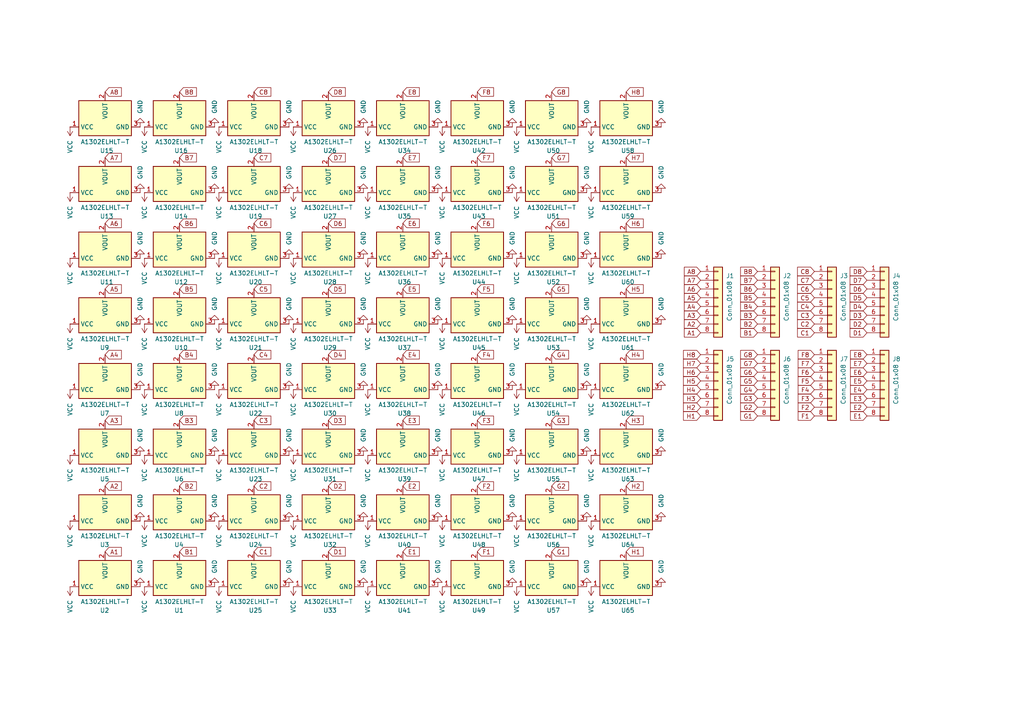
<source format=kicad_sch>
(kicad_sch (version 20231120) (generator "eeschema") (generator_version "8.0")
  (paper "A4")
  (global_label "B5" (shape input) (at 219.71 86.36 180) (property "Intersheetrefs" "${INTERSHEET_REFS}" (effects (hide yes))))
  (global_label "C5" (shape input) (at 236.22 86.36 180) (property "Intersheetrefs" "${INTERSHEET_REFS}" (effects (hide yes))))
  (global_label "E1" (shape input) (at 251.46 120.65 180) (property "Intersheetrefs" "${INTERSHEET_REFS}" (effects (hide yes))))
  (global_label "H7" (shape input) (at 203.2 105.41 180) (property "Intersheetrefs" "${INTERSHEET_REFS}" (effects (hide yes))))
  (global_label "A7" (shape input) (at 203.2 81.28 180) (property "Intersheetrefs" "${INTERSHEET_REFS}" (effects (hide yes))))
  (global_label "D5" (shape input) (at 251.46 86.36 180) (property "Intersheetrefs" "${INTERSHEET_REFS}" (effects (hide yes))))
  (global_label "D7" (shape input) (at 95.25 45.72 0) (property "Intersheetrefs" "${INTERSHEET_REFS}" (effects (hide yes))))
  (global_label "E5" (shape input) (at 251.46 110.49 180) (property "Intersheetrefs" "${INTERSHEET_REFS}" (effects (hide yes))))
  (global_label "G3" (shape input) (at 219.71 115.57 180) (property "Intersheetrefs" "${INTERSHEET_REFS}" (effects (hide yes))))
  (global_label "C1" (shape input) (at 73.66 160.02 0) (property "Intersheetrefs" "${INTERSHEET_REFS}" (effects (hide yes))))
  (global_label "B2" (shape input) (at 219.71 93.98 180) (property "Intersheetrefs" "${INTERSHEET_REFS}" (effects (hide yes))))
  (global_label "A8" (shape input) (at 30.48 26.67 0) (property "Intersheetrefs" "${INTERSHEET_REFS}" (effects (hide yes))))
  (global_label "H6" (shape input) (at 203.2 107.95 180) (property "Intersheetrefs" "${INTERSHEET_REFS}" (effects (hide yes))))
  (global_label "D3" (shape input) (at 251.46 91.44 180) (property "Intersheetrefs" "${INTERSHEET_REFS}" (effects (hide yes))))
  (global_label "H8" (shape input) (at 181.61 26.67 0) (property "Intersheetrefs" "${INTERSHEET_REFS}" (effects (hide yes))))
  (global_label "H1" (shape input) (at 181.61 160.02 0) (property "Intersheetrefs" "${INTERSHEET_REFS}" (effects (hide yes))))
  (global_label "H8" (shape input) (at 203.2 102.87 180) (property "Intersheetrefs" "${INTERSHEET_REFS}" (effects (hide yes))))
  (global_label "B7" (shape input) (at 219.71 81.28 180) (property "Intersheetrefs" "${INTERSHEET_REFS}" (effects (hide yes))))
  (global_label "F6" (shape input) (at 138.43 64.77 0) (property "Intersheetrefs" "${INTERSHEET_REFS}" (effects (hide yes))))
  (global_label "C2" (shape input) (at 73.66 140.97 0) (property "Intersheetrefs" "${INTERSHEET_REFS}" (effects (hide yes))))
  (global_label "B4" (shape input) (at 219.71 88.9 180) (property "Intersheetrefs" "${INTERSHEET_REFS}" (effects (hide yes))))
  (global_label "G6" (shape input) (at 219.71 107.95 180) (property "Intersheetrefs" "${INTERSHEET_REFS}" (effects (hide yes))))
  (global_label "E7" (shape input) (at 251.46 105.41 180) (property "Intersheetrefs" "${INTERSHEET_REFS}" (effects (hide yes))))
  (global_label "D8" (shape input) (at 251.46 78.74 180) (property "Intersheetrefs" "${INTERSHEET_REFS}" (effects (hide yes))))
  (global_label "E2" (shape input) (at 116.84 140.97 0) (property "Intersheetrefs" "${INTERSHEET_REFS}" (effects (hide yes))))
  (global_label "H3" (shape input) (at 203.2 115.57 180) (property "Intersheetrefs" "${INTERSHEET_REFS}" (effects (hide yes))))
  (global_label "H4" (shape input) (at 203.2 113.03 180) (property "Intersheetrefs" "${INTERSHEET_REFS}" (effects (hide yes))))
  (global_label "F1" (shape input) (at 138.43 160.02 0) (property "Intersheetrefs" "${INTERSHEET_REFS}" (effects (hide yes))))
  (global_label "C3" (shape input) (at 236.22 91.44 180) (property "Intersheetrefs" "${INTERSHEET_REFS}" (effects (hide yes))))
  (global_label "G7" (shape input) (at 219.71 105.41 180) (property "Intersheetrefs" "${INTERSHEET_REFS}" (effects (hide yes))))
  (global_label "A3" (shape input) (at 203.2 91.44 180) (property "Intersheetrefs" "${INTERSHEET_REFS}" (effects (hide yes))))
  (global_label "A6" (shape input) (at 203.2 83.82 180) (property "Intersheetrefs" "${INTERSHEET_REFS}" (effects (hide yes))))
  (global_label "B3" (shape input) (at 219.71 91.44 180) (property "Intersheetrefs" "${INTERSHEET_REFS}" (effects (hide yes))))
  (global_label "B5" (shape input) (at 52.07 83.82 0) (property "Intersheetrefs" "${INTERSHEET_REFS}" (effects (hide yes))))
  (global_label "F6" (shape input) (at 236.22 107.95 180) (property "Intersheetrefs" "${INTERSHEET_REFS}" (effects (hide yes))))
  (global_label "A3" (shape input) (at 30.48 121.92 0) (property "Intersheetrefs" "${INTERSHEET_REFS}" (effects (hide yes))))
  (global_label "D2" (shape input) (at 251.46 93.98 180) (property "Intersheetrefs" "${INTERSHEET_REFS}" (effects (hide yes))))
  (global_label "E6" (shape input) (at 116.84 64.77 0) (property "Intersheetrefs" "${INTERSHEET_REFS}" (effects (hide yes))))
  (global_label "E4" (shape input) (at 251.46 113.03 180) (property "Intersheetrefs" "${INTERSHEET_REFS}" (effects (hide yes))))
  (global_label "B8" (shape input) (at 219.71 78.74 180) (property "Intersheetrefs" "${INTERSHEET_REFS}" (effects (hide yes))))
  (global_label "D8" (shape input) (at 95.25 26.67 0) (property "Intersheetrefs" "${INTERSHEET_REFS}" (effects (hide yes))))
  (global_label "G1" (shape input) (at 160.02 160.02 0) (property "Intersheetrefs" "${INTERSHEET_REFS}" (effects (hide yes))))
  (global_label "B6" (shape input) (at 219.71 83.82 180) (property "Intersheetrefs" "${INTERSHEET_REFS}" (effects (hide yes))))
  (global_label "C7" (shape input) (at 236.22 81.28 180) (property "Intersheetrefs" "${INTERSHEET_REFS}" (effects (hide yes))))
  (global_label "G5" (shape input) (at 219.71 110.49 180) (property "Intersheetrefs" "${INTERSHEET_REFS}" (effects (hide yes))))
  (global_label "B8" (shape input) (at 52.07 26.67 0) (property "Intersheetrefs" "${INTERSHEET_REFS}" (effects (hide yes))))
  (global_label "G4" (shape input) (at 219.71 113.03 180) (property "Intersheetrefs" "${INTERSHEET_REFS}" (effects (hide yes))))
  (global_label "F1" (shape input) (at 236.22 120.65 180) (property "Intersheetrefs" "${INTERSHEET_REFS}" (effects (hide yes))))
  (global_label "E5" (shape input) (at 116.84 83.82 0) (property "Intersheetrefs" "${INTERSHEET_REFS}" (effects (hide yes))))
  (global_label "D6" (shape input) (at 95.25 64.77 0) (property "Intersheetrefs" "${INTERSHEET_REFS}" (effects (hide yes))))
  (global_label "G5" (shape input) (at 160.02 83.82 0) (property "Intersheetrefs" "${INTERSHEET_REFS}" (effects (hide yes))))
  (global_label "F3" (shape input) (at 138.43 121.92 0) (property "Intersheetrefs" "${INTERSHEET_REFS}" (effects (hide yes))))
  (global_label "C7" (shape input) (at 73.66 45.72 0) (property "Intersheetrefs" "${INTERSHEET_REFS}" (effects (hide yes))))
  (global_label "E4" (shape input) (at 116.84 102.87 0) (property "Intersheetrefs" "${INTERSHEET_REFS}" (effects (hide yes))))
  (global_label "C3" (shape input) (at 73.66 121.92 0) (property "Intersheetrefs" "${INTERSHEET_REFS}" (effects (hide yes))))
  (global_label "B1" (shape input) (at 219.71 96.52 180) (property "Intersheetrefs" "${INTERSHEET_REFS}" (effects (hide yes))))
  (global_label "D1" (shape input) (at 251.46 96.52 180) (property "Intersheetrefs" "${INTERSHEET_REFS}" (effects (hide yes))))
  (global_label "B1" (shape input) (at 52.07 160.02 0) (property "Intersheetrefs" "${INTERSHEET_REFS}" (effects (hide yes))))
  (global_label "B7" (shape input) (at 52.07 45.72 0) (property "Intersheetrefs" "${INTERSHEET_REFS}" (effects (hide yes))))
  (global_label "B2" (shape input) (at 52.07 140.97 0) (property "Intersheetrefs" "${INTERSHEET_REFS}" (effects (hide yes))))
  (global_label "C2" (shape input) (at 236.22 93.98 180) (property "Intersheetrefs" "${INTERSHEET_REFS}" (effects (hide yes))))
  (global_label "G2" (shape input) (at 219.71 118.11 180) (property "Intersheetrefs" "${INTERSHEET_REFS}" (effects (hide yes))))
  (global_label "E7" (shape input) (at 116.84 45.72 0) (property "Intersheetrefs" "${INTERSHEET_REFS}" (effects (hide yes))))
  (global_label "F8" (shape input) (at 236.22 102.87 180) (property "Intersheetrefs" "${INTERSHEET_REFS}" (effects (hide yes))))
  (global_label "A4" (shape input) (at 203.2 88.9 180) (property "Intersheetrefs" "${INTERSHEET_REFS}" (effects (hide yes))))
  (global_label "A8" (shape input) (at 203.2 78.74 180) (property "Intersheetrefs" "${INTERSHEET_REFS}" (effects (hide yes))))
  (global_label "H4" (shape input) (at 181.61 102.87 0) (property "Intersheetrefs" "${INTERSHEET_REFS}" (effects (hide yes))))
  (global_label "E6" (shape input) (at 251.46 107.95 180) (property "Intersheetrefs" "${INTERSHEET_REFS}" (effects (hide yes))))
  (global_label "B3" (shape input) (at 52.07 121.92 0) (property "Intersheetrefs" "${INTERSHEET_REFS}" (effects (hide yes))))
  (global_label "F4" (shape input) (at 236.22 113.03 180) (property "Intersheetrefs" "${INTERSHEET_REFS}" (effects (hide yes))))
  (global_label "C4" (shape input) (at 236.22 88.9 180) (property "Intersheetrefs" "${INTERSHEET_REFS}" (effects (hide yes))))
  (global_label "C6" (shape input) (at 236.22 83.82 180) (property "Intersheetrefs" "${INTERSHEET_REFS}" (effects (hide yes))))
  (global_label "G1" (shape input) (at 219.71 120.65 180) (property "Intersheetrefs" "${INTERSHEET_REFS}" (effects (hide yes))))
  (global_label "B4" (shape input) (at 52.07 102.87 0) (property "Intersheetrefs" "${INTERSHEET_REFS}" (effects (hide yes))))
  (global_label "D4" (shape input) (at 251.46 88.9 180) (property "Intersheetrefs" "${INTERSHEET_REFS}" (effects (hide yes))))
  (global_label "F7" (shape input) (at 138.43 45.72 0) (property "Intersheetrefs" "${INTERSHEET_REFS}" (effects (hide yes))))
  (global_label "C1" (shape input) (at 236.22 96.52 180) (property "Intersheetrefs" "${INTERSHEET_REFS}" (effects (hide yes))))
  (global_label "A5" (shape input) (at 30.48 83.82 0) (property "Intersheetrefs" "${INTERSHEET_REFS}" (effects (hide yes))))
  (global_label "D7" (shape input) (at 251.46 81.28 180) (property "Intersheetrefs" "${INTERSHEET_REFS}" (effects (hide yes))))
  (global_label "E3" (shape input) (at 116.84 121.92 0) (property "Intersheetrefs" "${INTERSHEET_REFS}" (effects (hide yes))))
  (global_label "F7" (shape input) (at 236.22 105.41 180) (property "Intersheetrefs" "${INTERSHEET_REFS}" (effects (hide yes))))
  (global_label "F3" (shape input) (at 236.22 115.57 180) (property "Intersheetrefs" "${INTERSHEET_REFS}" (effects (hide yes))))
  (global_label "A1" (shape input) (at 30.48 160.02 0) (property "Intersheetrefs" "${INTERSHEET_REFS}" (effects (hide yes))))
  (global_label "E1" (shape input) (at 116.84 160.02 0) (property "Intersheetrefs" "${INTERSHEET_REFS}" (effects (hide yes))))
  (global_label "A4" (shape input) (at 30.48 102.87 0) (property "Intersheetrefs" "${INTERSHEET_REFS}" (effects (hide yes))))
  (global_label "H2" (shape input) (at 181.61 140.97 0) (property "Intersheetrefs" "${INTERSHEET_REFS}" (effects (hide yes))))
  (global_label "D5" (shape input) (at 95.25 83.82 0) (property "Intersheetrefs" "${INTERSHEET_REFS}" (effects (hide yes))))
  (global_label "G7" (shape input) (at 160.02 45.72 0) (property "Intersheetrefs" "${INTERSHEET_REFS}" (effects (hide yes))))
  (global_label "C4" (shape input) (at 73.66 102.87 0) (property "Intersheetrefs" "${INTERSHEET_REFS}" (effects (hide yes))))
  (global_label "D6" (shape input) (at 251.46 83.82 180) (property "Intersheetrefs" "${INTERSHEET_REFS}" (effects (hide yes))))
  (global_label "G2" (shape input) (at 160.02 140.97 0) (property "Intersheetrefs" "${INTERSHEET_REFS}" (effects (hide yes))))
  (global_label "H2" (shape input) (at 203.2 118.11 180) (property "Intersheetrefs" "${INTERSHEET_REFS}" (effects (hide yes))))
  (global_label "A6" (shape input) (at 30.48 64.77 0) (property "Intersheetrefs" "${INTERSHEET_REFS}" (effects (hide yes))))
  (global_label "F2" (shape input) (at 236.22 118.11 180) (property "Intersheetrefs" "${INTERSHEET_REFS}" (effects (hide yes))))
  (global_label "C6" (shape input) (at 73.66 64.77 0) (property "Intersheetrefs" "${INTERSHEET_REFS}" (effects (hide yes))))
  (global_label "E2" (shape input) (at 251.46 118.11 180) (property "Intersheetrefs" "${INTERSHEET_REFS}" (effects (hide yes))))
  (global_label "G4" (shape input) (at 160.02 102.87 0) (property "Intersheetrefs" "${INTERSHEET_REFS}" (effects (hide yes))))
  (global_label "D3" (shape input) (at 95.25 121.92 0) (property "Intersheetrefs" "${INTERSHEET_REFS}" (effects (hide yes))))
  (global_label "A7" (shape input) (at 30.48 45.72 0) (property "Intersheetrefs" "${INTERSHEET_REFS}" (effects (hide yes))))
  (global_label "H3" (shape input) (at 181.61 121.92 0) (property "Intersheetrefs" "${INTERSHEET_REFS}" (effects (hide yes))))
  (global_label "G6" (shape input) (at 160.02 64.77 0) (property "Intersheetrefs" "${INTERSHEET_REFS}" (effects (hide yes))))
  (global_label "A1" (shape input) (at 203.2 96.52 180) (property "Intersheetrefs" "${INTERSHEET_REFS}" (effects (hide yes))))
  (global_label "H5" (shape input) (at 203.2 110.49 180) (property "Intersheetrefs" "${INTERSHEET_REFS}" (effects (hide yes))))
  (global_label "G3" (shape input) (at 160.02 121.92 0) (property "Intersheetrefs" "${INTERSHEET_REFS}" (effects (hide yes))))
  (global_label "A5" (shape input) (at 203.2 86.36 180) (property "Intersheetrefs" "${INTERSHEET_REFS}" (effects (hide yes))))
  (global_label "D1" (shape input) (at 95.25 160.02 0) (property "Intersheetrefs" "${INTERSHEET_REFS}" (effects (hide yes))))
  (global_label "G8" (shape input) (at 160.02 26.67 0) (property "Intersheetrefs" "${INTERSHEET_REFS}" (effects (hide yes))))
  (global_label "G8" (shape input) (at 219.71 102.87 180) (property "Intersheetrefs" "${INTERSHEET_REFS}" (effects (hide yes))))
  (global_label "H6" (shape input) (at 181.61 64.77 0) (property "Intersheetrefs" "${INTERSHEET_REFS}" (effects (hide yes))))
  (global_label "B6" (shape input) (at 52.07 64.77 0) (property "Intersheetrefs" "${INTERSHEET_REFS}" (effects (hide yes))))
  (global_label "A2" (shape input) (at 30.48 140.97 0) (property "Intersheetrefs" "${INTERSHEET_REFS}" (effects (hide yes))))
  (global_label "C8" (shape input) (at 236.22 78.74 180) (property "Intersheetrefs" "${INTERSHEET_REFS}" (effects (hide yes))))
  (global_label "H1" (shape input) (at 203.2 120.65 180) (property "Intersheetrefs" "${INTERSHEET_REFS}" (effects (hide yes))))
  (global_label "A2" (shape input) (at 203.2 93.98 180) (property "Intersheetrefs" "${INTERSHEET_REFS}" (effects (hide yes))))
  (global_label "E3" (shape input) (at 251.46 115.57 180) (property "Intersheetrefs" "${INTERSHEET_REFS}" (effects (hide yes))))
  (global_label "C8" (shape input) (at 73.66 26.67 0) (property "Intersheetrefs" "${INTERSHEET_REFS}" (effects (hide yes))))
  (global_label "H7" (shape input) (at 181.61 45.72 0) (property "Intersheetrefs" "${INTERSHEET_REFS}" (effects (hide yes))))
  (global_label "F4" (shape input) (at 138.43 102.87 0) (property "Intersheetrefs" "${INTERSHEET_REFS}" (effects (hide yes))))
  (global_label "E8" (shape input) (at 251.46 102.87 180) (property "Intersheetrefs" "${INTERSHEET_REFS}" (effects (hide yes))))
  (global_label "E8" (shape input) (at 116.84 26.67 0) (property "Intersheetrefs" "${INTERSHEET_REFS}" (effects (hide yes))))
  (global_label "F5" (shape input) (at 138.43 83.82 0) (property "Intersheetrefs" "${INTERSHEET_REFS}" (effects (hide yes))))
  (global_label "F5" (shape input) (at 236.22 110.49 180) (property "Intersheetrefs" "${INTERSHEET_REFS}" (effects (hide yes))))
  (global_label "C5" (shape input) (at 73.66 83.82 0) (property "Intersheetrefs" "${INTERSHEET_REFS}" (effects (hide yes))))
  (global_label "D2" (shape input) (at 95.25 140.97 0) (property "Intersheetrefs" "${INTERSHEET_REFS}" (effects (hide yes))))
  (global_label "H5" (shape input) (at 181.61 83.82 0) (property "Intersheetrefs" "${INTERSHEET_REFS}" (effects (hide yes))))
  (global_label "F2" (shape input) (at 138.43 140.97 0) (property "Intersheetrefs" "${INTERSHEET_REFS}" (effects (hide yes))))
  (global_label "F8" (shape input) (at 138.43 26.67 0) (property "Intersheetrefs" "${INTERSHEET_REFS}" (effects (hide yes))))
  (global_label "D4" (shape input) (at 95.25 102.87 0) (property "Intersheetrefs" "${INTERSHEET_REFS}" (effects (hide yes))))
  (symbol (lib_id "power:VCC") (at 171.45 151.13 180) (unit 1)
    (property "Reference" "#PWR0122" (effects (hide yes)))
    (property "Value" "VCC" (at 171.4499 154.94 90) (effects (justify left)))
    (property "Description" "Power symbol creates a global label with name \"VCC\"" (effects (hide yes)))
  )
  (symbol (lib_id "power:VCC") (at 85.09 132.08 180) (unit 1)
    (property "Reference" "#PWR051" (effects (hide yes)))
    (property "Value" "VCC" (at 85.0899 135.89 90) (effects (justify left)))
    (property "Description" "Power symbol creates a global label with name \"VCC\"" (effects (hide yes)))
  )
  (symbol (lib_id "power:VCC") (at 20.32 36.83 180) (unit 1)
    (property "Reference" "#PWR024" (effects (hide yes)))
    (property "Value" "VCC" (at 20.3199 40.64 90) (effects (justify left)))
    (property "Description" "Power symbol creates a global label with name \"VCC\"" (effects (hide yes)))
  )
  (symbol (lib_id "power:VCC") (at 106.68 93.98 180) (unit 1)
    (property "Reference" "#PWR071" (effects (hide yes)))
    (property "Value" "VCC" (at 106.6799 97.79 90) (effects (justify left)))
    (property "Description" "Power symbol creates a global label with name \"VCC\"" (effects (hide yes)))
  )
  (symbol (lib_id "Sensor_Magnetic:A1302ELHLT-T") (at 52.07 148.59 90) (unit 1)
    (property "Reference" "U4" (at 50.546 157.988 90) (effects (justify right)))
    (property "Value" "A1302ELHLT-T" (at 44.958 155.448 90) (effects (justify right)))
    (property "Footprint" "Package_TO_SOT_SMD:SOT-23W" (effects (hide yes)))
    (property "Datasheet" "http://www.allegromicro.com/~/media/Files/Datasheets/A1301-2-Datasheet.ashx" (effects (hide yes)))
    (property "Description" "Linear Hall Effect Sensor, SOT-23W" (effects (hide yes)))
  )
  (symbol (lib_id "power:VCC") (at 128.27 55.88 180) (unit 1)
    (property "Reference" "#PWR085" (effects (hide yes)))
    (property "Value" "VCC" (at 128.2699 59.69 90) (effects (justify left)))
    (property "Description" "Power symbol creates a global label with name \"VCC\"" (effects (hide yes)))
  )
  (symbol (lib_id "power:GND") (at 40.64 74.93 180) (unit 1)
    (property "Reference" "#PWR019" (effects (hide yes)))
    (property "Value" "GND" (at 40.6399 71.12 90) (effects (justify right)))
    (property "Description" "Power symbol creates a global label with name \"GND\" , ground" (effects (hide yes)))
  )
  (symbol (lib_id "Sensor_Magnetic:A1302ELHLT-T") (at 30.48 129.54 90) (unit 1)
    (property "Reference" "U5" (at 28.956 138.938 90) (effects (justify right)))
    (property "Value" "A1302ELHLT-T" (at 23.368 136.398 90) (effects (justify right)))
    (property "Footprint" "Package_TO_SOT_SMD:SOT-23W" (effects (hide yes)))
    (property "Datasheet" "http://www.allegromicro.com/~/media/Files/Datasheets/A1301-2-Datasheet.ashx" (effects (hide yes)))
    (property "Description" "Linear Hall Effect Sensor, SOT-23W" (effects (hide yes)))
  )
  (symbol (lib_id "Sensor_Magnetic:A1302ELHLT-T") (at 95.25 53.34 90) (unit 1)
    (property "Reference" "U27" (at 93.726 62.738 90) (effects (justify right)))
    (property "Value" "A1302ELHLT-T" (at 88.138 60.198 90) (effects (justify right)))
    (property "Footprint" "Package_TO_SOT_SMD:SOT-23W" (effects (hide yes)))
    (property "Datasheet" "http://www.allegromicro.com/~/media/Files/Datasheets/A1301-2-Datasheet.ashx" (effects (hide yes)))
    (property "Description" "Linear Hall Effect Sensor, SOT-23W" (effects (hide yes)))
  )
  (symbol (lib_id "Sensor_Magnetic:A1302ELHLT-T") (at 30.48 53.34 90) (unit 1)
    (property "Reference" "U13" (at 28.956 62.738 90) (effects (justify right)))
    (property "Value" "A1302ELHLT-T" (at 23.368 60.198 90) (effects (justify right)))
    (property "Footprint" "Package_TO_SOT_SMD:SOT-23W" (effects (hide yes)))
    (property "Datasheet" "http://www.allegromicro.com/~/media/Files/Datasheets/A1301-2-Datasheet.ashx" (effects (hide yes)))
    (property "Description" "Linear Hall Effect Sensor, SOT-23W" (effects (hide yes)))
  )
  (symbol (lib_id "power:GND") (at 105.41 93.98 180) (unit 1)
    (property "Reference" "#PWR062" (effects (hide yes)))
    (property "Value" "GND" (at 105.4099 90.17 90) (effects (justify right)))
    (property "Description" "Power symbol creates a global label with name \"GND\" , ground" (effects (hide yes)))
  )
  (symbol (lib_id "power:VCC") (at 171.45 93.98 180) (unit 1)
    (property "Reference" "#PWR0119" (effects (hide yes)))
    (property "Value" "VCC" (at 171.4499 97.79 90) (effects (justify left)))
    (property "Description" "Power symbol creates a global label with name \"VCC\"" (effects (hide yes)))
  )
  (symbol (lib_id "power:VCC") (at 106.68 132.08 180) (unit 1)
    (property "Reference" "#PWR073" (effects (hide yes)))
    (property "Value" "VCC" (at 106.6799 135.89 90) (effects (justify left)))
    (property "Description" "Power symbol creates a global label with name \"VCC\"" (effects (hide yes)))
  )
  (symbol (lib_id "Sensor_Magnetic:A1302ELHLT-T") (at 181.61 167.64 90) (unit 1)
    (property "Reference" "U65" (at 180.086 177.038 90) (effects (justify right)))
    (property "Value" "A1302ELHLT-T" (at 174.498 174.498 90) (effects (justify right)))
    (property "Footprint" "Package_TO_SOT_SMD:SOT-23W" (effects (hide yes)))
    (property "Datasheet" "http://www.allegromicro.com/~/media/Files/Datasheets/A1301-2-Datasheet.ashx" (effects (hide yes)))
    (property "Description" "Linear Hall Effect Sensor, SOT-23W" (effects (hide yes)))
  )
  (symbol (lib_id "power:GND") (at 148.59 36.83 180) (unit 1)
    (property "Reference" "#PWR092" (effects (hide yes)))
    (property "Value" "GND" (at 148.5899 33.02 90) (effects (justify right)))
    (property "Description" "Power symbol creates a global label with name \"GND\" , ground" (effects (hide yes)))
  )
  (symbol (lib_id "Sensor_Magnetic:A1302ELHLT-T") (at 30.48 110.49 90) (unit 1)
    (property "Reference" "U7" (at 28.956 119.888 90) (effects (justify right)))
    (property "Value" "A1302ELHLT-T" (at 23.368 117.348 90) (effects (justify right)))
    (property "Footprint" "Package_TO_SOT_SMD:SOT-23W" (effects (hide yes)))
    (property "Datasheet" "http://www.allegromicro.com/~/media/Files/Datasheets/A1301-2-Datasheet.ashx" (effects (hide yes)))
    (property "Description" "Linear Hall Effect Sensor, SOT-23W" (effects (hide yes)))
  )
  (symbol (lib_id "Sensor_Magnetic:A1302ELHLT-T") (at 73.66 91.44 90) (unit 1)
    (property "Reference" "U21" (at 72.136 100.838 90) (effects (justify right)))
    (property "Value" "A1302ELHLT-T" (at 66.548 98.298 90) (effects (justify right)))
    (property "Footprint" "Package_TO_SOT_SMD:SOT-23W" (effects (hide yes)))
    (property "Datasheet" "http://www.allegromicro.com/~/media/Files/Datasheets/A1301-2-Datasheet.ashx" (effects (hide yes)))
    (property "Description" "Linear Hall Effect Sensor, SOT-23W" (effects (hide yes)))
  )
  (symbol (lib_id "power:VCC") (at 63.5 151.13 180) (unit 1)
    (property "Reference" "#PWR036" (effects (hide yes)))
    (property "Value" "VCC" (at 63.4999 154.94 90) (effects (justify left)))
    (property "Description" "Power symbol creates a global label with name \"VCC\"" (effects (hide yes)))
  )
  (symbol (lib_id "Sensor_Magnetic:A1302ELHLT-T") (at 138.43 167.64 90) (unit 1)
    (property "Reference" "U49" (at 136.906 177.038 90) (effects (justify right)))
    (property "Value" "A1302ELHLT-T" (at 131.318 174.498 90) (effects (justify right)))
    (property "Footprint" "Package_TO_SOT_SMD:SOT-23W" (effects (hide yes)))
    (property "Datasheet" "http://www.allegromicro.com/~/media/Files/Datasheets/A1301-2-Datasheet.ashx" (effects (hide yes)))
    (property "Description" "Linear Hall Effect Sensor, SOT-23W" (effects (hide yes)))
  )
  (symbol (lib_id "power:VCC") (at 63.5 132.08 180) (unit 1)
    (property "Reference" "#PWR032" (effects (hide yes)))
    (property "Value" "VCC" (at 63.4999 135.89 90) (effects (justify left)))
    (property "Description" "Power symbol creates a global label with name \"VCC\"" (effects (hide yes)))
  )
  (symbol (lib_id "power:GND") (at 83.82 132.08 180) (unit 1)
    (property "Reference" "#PWR043" (effects (hide yes)))
    (property "Value" "GND" (at 83.8199 128.27 90) (effects (justify right)))
    (property "Description" "Power symbol creates a global label with name \"GND\" , ground" (effects (hide yes)))
  )
  (symbol (lib_id "Sensor_Magnetic:A1302ELHLT-T") (at 30.48 34.29 90) (unit 1)
    (property "Reference" "U15" (at 28.956 43.688 90) (effects (justify right)))
    (property "Value" "A1302ELHLT-T" (at 23.368 41.148 90) (effects (justify right)))
    (property "Footprint" "Package_TO_SOT_SMD:SOT-23W" (effects (hide yes)))
    (property "Datasheet" "http://www.allegromicro.com/~/media/Files/Datasheets/A1301-2-Datasheet.ashx" (effects (hide yes)))
    (property "Description" "Linear Hall Effect Sensor, SOT-23W" (effects (hide yes)))
  )
  (symbol (lib_id "power:GND") (at 62.23 170.18 180) (unit 1)
    (property "Reference" "#PWR02" (effects (hide yes)))
    (property "Value" "GND" (at 62.2299 166.37 90) (effects (justify right)))
    (property "Description" "Power symbol creates a global label with name \"GND\" , ground" (effects (hide yes)))
  )
  (symbol (lib_id "power:GND") (at 191.77 132.08 180) (unit 1)
    (property "Reference" "#PWR0129" (effects (hide yes)))
    (property "Value" "GND" (at 191.7699 128.27 90) (effects (justify right)))
    (property "Description" "Power symbol creates a global label with name \"GND\" , ground" (effects (hide yes)))
  )
  (symbol (lib_id "power:GND") (at 62.23 74.93 180) (unit 1)
    (property "Reference" "#PWR058" (effects (hide yes)))
    (property "Value" "GND" (at 62.2299 71.12 90) (effects (justify right)))
    (property "Description" "Power symbol creates a global label with name \"GND\" , ground" (effects (hide yes)))
  )
  (symbol (lib_id "Connector_Generic:Conn_01x08") (at 208.28 110.49 0) (unit 1)
    (property "Reference" "J5" (at 210.566 104.14 0) (effects (justify left)))
    (property "Value" "Conn_01x08" (at 211.582 117.348 90) (effects (justify left)))
    (property "Description" "Generic connector, single row, 01x08, script generated (kicad-library-utils/schlib/autogen/connector/)" (effects (hide yes)))
  )
  (symbol (lib_id "power:VCC") (at 149.86 151.13 180) (unit 1)
    (property "Reference" "#PWR0106" (effects (hide yes)))
    (property "Value" "VCC" (at 149.8599 154.94 90) (effects (justify left)))
    (property "Description" "Power symbol creates a global label with name \"VCC\"" (effects (hide yes)))
  )
  (symbol (lib_id "power:VCC") (at 106.68 151.13 180) (unit 1)
    (property "Reference" "#PWR074" (effects (hide yes)))
    (property "Value" "VCC" (at 106.6799 154.94 90) (effects (justify left)))
    (property "Description" "Power symbol creates a global label with name \"VCC\"" (effects (hide yes)))
  )
  (symbol (lib_id "power:VCC") (at 20.32 151.13 180) (unit 1)
    (property "Reference" "#PWR05" (effects (hide yes)))
    (property "Value" "VCC" (at 20.3199 154.94 90) (effects (justify left)))
    (property "Description" "Power symbol creates a global label with name \"VCC\"" (effects (hide yes)))
  )
  (symbol (lib_id "power:VCC") (at 85.09 74.93 180) (unit 1)
    (property "Reference" "#PWR048" (effects (hide yes)))
    (property "Value" "VCC" (at 85.0899 78.74 90) (effects (justify left)))
    (property "Description" "Power symbol creates a global label with name \"VCC\"" (effects (hide yes)))
  )
  (symbol (lib_id "Sensor_Magnetic:A1302ELHLT-T") (at 160.02 148.59 90) (unit 1)
    (property "Reference" "U56" (at 158.496 157.988 90) (effects (justify right)))
    (property "Value" "A1302ELHLT-T" (at 152.908 155.448 90) (effects (justify right)))
    (property "Footprint" "Package_TO_SOT_SMD:SOT-23W" (effects (hide yes)))
    (property "Datasheet" "http://www.allegromicro.com/~/media/Files/Datasheets/A1301-2-Datasheet.ashx" (effects (hide yes)))
    (property "Description" "Linear Hall Effect Sensor, SOT-23W" (effects (hide yes)))
  )
  (symbol (lib_id "Sensor_Magnetic:A1302ELHLT-T") (at 181.61 34.29 90) (unit 1)
    (property "Reference" "U58" (at 180.086 43.688 90) (effects (justify right)))
    (property "Value" "A1302ELHLT-T" (at 174.498 41.148 90) (effects (justify right)))
    (property "Footprint" "Package_TO_SOT_SMD:SOT-23W" (effects (hide yes)))
    (property "Datasheet" "http://www.allegromicro.com/~/media/Files/Datasheets/A1301-2-Datasheet.ashx" (effects (hide yes)))
    (property "Description" "Linear Hall Effect Sensor, SOT-23W" (effects (hide yes)))
  )
  (symbol (lib_id "Sensor_Magnetic:A1302ELHLT-T") (at 116.84 167.64 90) (unit 1)
    (property "Reference" "U41" (at 115.316 177.038 90) (effects (justify right)))
    (property "Value" "A1302ELHLT-T" (at 109.728 174.498 90) (effects (justify right)))
    (property "Footprint" "Package_TO_SOT_SMD:SOT-23W" (effects (hide yes)))
    (property "Datasheet" "http://www.allegromicro.com/~/media/Files/Datasheets/A1301-2-Datasheet.ashx" (effects (hide yes)))
    (property "Description" "Linear Hall Effect Sensor, SOT-23W" (effects (hide yes)))
  )
  (symbol (lib_id "Sensor_Magnetic:A1302ELHLT-T") (at 73.66 34.29 90) (unit 1)
    (property "Reference" "U18" (at 72.136 43.688 90) (effects (justify right)))
    (property "Value" "A1302ELHLT-T" (at 66.548 41.148 90) (effects (justify right)))
    (property "Footprint" "Package_TO_SOT_SMD:SOT-23W" (effects (hide yes)))
    (property "Datasheet" "http://www.allegromicro.com/~/media/Files/Datasheets/A1301-2-Datasheet.ashx" (effects (hide yes)))
    (property "Description" "Linear Hall Effect Sensor, SOT-23W" (effects (hide yes)))
  )
  (symbol (lib_id "Sensor_Magnetic:A1302ELHLT-T") (at 95.25 91.44 90) (unit 1)
    (property "Reference" "U29" (at 93.726 100.838 90) (effects (justify right)))
    (property "Value" "A1302ELHLT-T" (at 88.138 98.298 90) (effects (justify right)))
    (property "Footprint" "Package_TO_SOT_SMD:SOT-23W" (effects (hide yes)))
    (property "Datasheet" "http://www.allegromicro.com/~/media/Files/Datasheets/A1301-2-Datasheet.ashx" (effects (hide yes)))
    (property "Description" "Linear Hall Effect Sensor, SOT-23W" (effects (hide yes)))
  )
  (symbol (lib_id "power:GND") (at 191.77 151.13 180) (unit 1)
    (property "Reference" "#PWR0130" (effects (hide yes)))
    (property "Value" "GND" (at 191.7699 147.32 90) (effects (justify right)))
    (property "Description" "Power symbol creates a global label with name \"GND\" , ground" (effects (hide yes)))
  )
  (symbol (lib_id "power:VCC") (at 41.91 55.88 180) (unit 1)
    (property "Reference" "#PWR023" (effects (hide yes)))
    (property "Value" "VCC" (at 41.9099 59.69 90) (effects (justify left)))
    (property "Description" "Power symbol creates a global label with name \"VCC\"" (effects (hide yes)))
  )
  (symbol (lib_id "power:VCC") (at 85.09 93.98 180) (unit 1)
    (property "Reference" "#PWR049" (effects (hide yes)))
    (property "Value" "VCC" (at 85.0899 97.79 90) (effects (justify left)))
    (property "Description" "Power symbol creates a global label with name \"VCC\"" (effects (hide yes)))
  )
  (symbol (lib_id "power:VCC") (at 106.68 36.83 180) (unit 1)
    (property "Reference" "#PWR068" (effects (hide yes)))
    (property "Value" "VCC" (at 106.6799 40.64 90) (effects (justify left)))
    (property "Description" "Power symbol creates a global label with name \"VCC\"" (effects (hide yes)))
  )
  (symbol (lib_id "power:GND") (at 148.59 93.98 180) (unit 1)
    (property "Reference" "#PWR095" (effects (hide yes)))
    (property "Value" "GND" (at 148.5899 90.17 90) (effects (justify right)))
    (property "Description" "Power symbol creates a global label with name \"GND\" , ground" (effects (hide yes)))
  )
  (symbol (lib_id "Sensor_Magnetic:A1302ELHLT-T") (at 73.66 72.39 90) (unit 1)
    (property "Reference" "U20" (at 72.136 81.788 90) (effects (justify right)))
    (property "Value" "A1302ELHLT-T" (at 66.548 79.248 90) (effects (justify right)))
    (property "Footprint" "Package_TO_SOT_SMD:SOT-23W" (effects (hide yes)))
    (property "Datasheet" "http://www.allegromicro.com/~/media/Files/Datasheets/A1301-2-Datasheet.ashx" (effects (hide yes)))
    (property "Description" "Linear Hall Effect Sensor, SOT-23W" (effects (hide yes)))
  )
  (symbol (lib_id "power:VCC") (at 106.68 113.03 180) (unit 1)
    (property "Reference" "#PWR072" (effects (hide yes)))
    (property "Value" "VCC" (at 106.6799 116.84 90) (effects (justify left)))
    (property "Description" "Power symbol creates a global label with name \"VCC\"" (effects (hide yes)))
  )
  (symbol (lib_id "power:GND") (at 127 113.03 180) (unit 1)
    (property "Reference" "#PWR080" (effects (hide yes)))
    (property "Value" "GND" (at 126.9999 109.22 90) (effects (justify right)))
    (property "Description" "Power symbol creates a global label with name \"GND\" , ground" (effects (hide yes)))
  )
  (symbol (lib_id "power:GND") (at 170.18 113.03 180) (unit 1)
    (property "Reference" "#PWR0112" (effects (hide yes)))
    (property "Value" "GND" (at 170.1799 109.22 90) (effects (justify right)))
    (property "Description" "Power symbol creates a global label with name \"GND\" , ground" (effects (hide yes)))
  )
  (symbol (lib_id "power:GND") (at 105.41 113.03 180) (unit 1)
    (property "Reference" "#PWR067" (effects (hide yes)))
    (property "Value" "GND" (at 105.4099 109.22 90) (effects (justify right)))
    (property "Description" "Power symbol creates a global label with name \"GND\" , ground" (effects (hide yes)))
  )
  (symbol (lib_id "Sensor_Magnetic:A1302ELHLT-T") (at 95.25 129.54 90) (unit 1)
    (property "Reference" "U31" (at 93.726 138.938 90) (effects (justify right)))
    (property "Value" "A1302ELHLT-T" (at 88.138 136.398 90) (effects (justify right)))
    (property "Footprint" "Package_TO_SOT_SMD:SOT-23W" (effects (hide yes)))
    (property "Datasheet" "http://www.allegromicro.com/~/media/Files/Datasheets/A1301-2-Datasheet.ashx" (effects (hide yes)))
    (property "Description" "Linear Hall Effect Sensor, SOT-23W" (effects (hide yes)))
  )
  (symbol (lib_id "power:GND") (at 148.59 151.13 180) (unit 1)
    (property "Reference" "#PWR098" (effects (hide yes)))
    (property "Value" "GND" (at 148.5899 147.32 90) (effects (justify right)))
    (property "Description" "Power symbol creates a global label with name \"GND\" , ground" (effects (hide yes)))
  )
  (symbol (lib_id "Sensor_Magnetic:A1302ELHLT-T") (at 138.43 53.34 90) (unit 1)
    (property "Reference" "U43" (at 136.906 62.738 90) (effects (justify right)))
    (property "Value" "A1302ELHLT-T" (at 131.318 60.198 90) (effects (justify right)))
    (property "Footprint" "Package_TO_SOT_SMD:SOT-23W" (effects (hide yes)))
    (property "Datasheet" "http://www.allegromicro.com/~/media/Files/Datasheets/A1301-2-Datasheet.ashx" (effects (hide yes)))
    (property "Description" "Linear Hall Effect Sensor, SOT-23W" (effects (hide yes)))
  )
  (symbol (lib_id "power:GND") (at 170.18 132.08 180) (unit 1)
    (property "Reference" "#PWR0113" (effects (hide yes)))
    (property "Value" "GND" (at 170.1799 128.27 90) (effects (justify right)))
    (property "Description" "Power symbol creates a global label with name \"GND\" , ground" (effects (hide yes)))
  )
  (symbol (lib_id "Sensor_Magnetic:A1302ELHLT-T") (at 181.61 53.34 90) (unit 1)
    (property "Reference" "U59" (at 180.086 62.738 90) (effects (justify right)))
    (property "Value" "A1302ELHLT-T" (at 174.498 60.198 90) (effects (justify right)))
    (property "Footprint" "Package_TO_SOT_SMD:SOT-23W" (effects (hide yes)))
    (property "Datasheet" "http://www.allegromicro.com/~/media/Files/Datasheets/A1301-2-Datasheet.ashx" (effects (hide yes)))
    (property "Description" "Linear Hall Effect Sensor, SOT-23W" (effects (hide yes)))
  )
  (symbol (lib_id "Sensor_Magnetic:A1302ELHLT-T") (at 73.66 167.64 90) (unit 1)
    (property "Reference" "U25" (at 72.136 177.038 90) (effects (justify right)))
    (property "Value" "A1302ELHLT-T" (at 66.548 174.498 90) (effects (justify right)))
    (property "Footprint" "Package_TO_SOT_SMD:SOT-23W" (effects (hide yes)))
    (property "Datasheet" "http://www.allegromicro.com/~/media/Files/Datasheets/A1301-2-Datasheet.ashx" (effects (hide yes)))
    (property "Description" "Linear Hall Effect Sensor, SOT-23W" (effects (hide yes)))
  )
  (symbol (lib_id "Sensor_Magnetic:A1302ELHLT-T") (at 52.07 167.64 90) (unit 1)
    (property "Reference" "U1" (at 50.546 177.038 90) (effects (justify right)))
    (property "Value" "A1302ELHLT-T" (at 44.958 174.498 90) (effects (justify right)))
    (property "Footprint" "Package_TO_SOT_SMD:SOT-23W" (effects (hide yes)))
    (property "Datasheet" "http://www.allegromicro.com/~/media/Files/Datasheets/A1301-2-Datasheet.ashx" (effects (hide yes)))
    (property "Description" "Linear Hall Effect Sensor, SOT-23W" (effects (hide yes)))
  )
  (symbol (lib_id "Sensor_Magnetic:A1302ELHLT-T") (at 52.07 72.39 90) (unit 1)
    (property "Reference" "U12" (at 50.546 81.788 90) (effects (justify right)))
    (property "Value" "A1302ELHLT-T" (at 44.958 79.248 90) (effects (justify right)))
    (property "Footprint" "Package_TO_SOT_SMD:SOT-23W" (effects (hide yes)))
    (property "Datasheet" "http://www.allegromicro.com/~/media/Files/Datasheets/A1301-2-Datasheet.ashx" (effects (hide yes)))
    (property "Description" "Linear Hall Effect Sensor, SOT-23W" (effects (hide yes)))
  )
  (symbol (lib_id "Connector_Generic:Conn_01x08") (at 224.79 86.36 0) (unit 1)
    (property "Reference" "J2" (at 227.076 80.01 0) (effects (justify left)))
    (property "Value" "Conn_01x08" (at 228.092 93.218 90) (effects (justify left)))
    (property "Description" "Generic connector, single row, 01x08, script generated (kicad-library-utils/schlib/autogen/connector/)" (effects (hide yes)))
  )
  (symbol (lib_id "power:GND") (at 83.82 36.83 180) (unit 1)
    (property "Reference" "#PWR038" (effects (hide yes)))
    (property "Value" "GND" (at 83.8199 33.02 90) (effects (justify right)))
    (property "Description" "Power symbol creates a global label with name \"GND\" , ground" (effects (hide yes)))
  )
  (symbol (lib_id "Sensor_Magnetic:A1302ELHLT-T") (at 116.84 34.29 90) (unit 1)
    (property "Reference" "U34" (at 115.316 43.688 90) (effects (justify right)))
    (property "Value" "A1302ELHLT-T" (at 109.728 41.148 90) (effects (justify right)))
    (property "Footprint" "Package_TO_SOT_SMD:SOT-23W" (effects (hide yes)))
    (property "Datasheet" "http://www.allegromicro.com/~/media/Files/Datasheets/A1301-2-Datasheet.ashx" (effects (hide yes)))
    (property "Description" "Linear Hall Effect Sensor, SOT-23W" (effects (hide yes)))
  )
  (symbol (lib_id "power:VCC") (at 20.32 93.98 180) (unit 1)
    (property "Reference" "#PWR015" (effects (hide yes)))
    (property "Value" "VCC" (at 20.3199 97.79 90) (effects (justify left)))
    (property "Description" "Power symbol creates a global label with name \"VCC\"" (effects (hide yes)))
  )
  (symbol (lib_id "power:GND") (at 105.41 74.93 180) (unit 1)
    (property "Reference" "#PWR061" (effects (hide yes)))
    (property "Value" "GND" (at 105.4099 71.12 90) (effects (justify right)))
    (property "Description" "Power symbol creates a global label with name \"GND\" , ground" (effects (hide yes)))
  )
  (symbol (lib_id "Sensor_Magnetic:A1302ELHLT-T") (at 116.84 129.54 90) (unit 1)
    (property "Reference" "U39" (at 115.316 138.938 90) (effects (justify right)))
    (property "Value" "A1302ELHLT-T" (at 109.728 136.398 90) (effects (justify right)))
    (property "Footprint" "Package_TO_SOT_SMD:SOT-23W" (effects (hide yes)))
    (property "Datasheet" "http://www.allegromicro.com/~/media/Files/Datasheets/A1301-2-Datasheet.ashx" (effects (hide yes)))
    (property "Description" "Linear Hall Effect Sensor, SOT-23W" (effects (hide yes)))
  )
  (symbol (lib_id "power:VCC") (at 128.27 74.93 180) (unit 1)
    (property "Reference" "#PWR086" (effects (hide yes)))
    (property "Value" "VCC" (at 128.2699 78.74 90) (effects (justify left)))
    (property "Description" "Power symbol creates a global label with name \"VCC\"" (effects (hide yes)))
  )
  (symbol (lib_id "power:GND") (at 191.77 74.93 180) (unit 1)
    (property "Reference" "#PWR0126" (effects (hide yes)))
    (property "Value" "GND" (at 191.7699 71.12 90) (effects (justify right)))
    (property "Description" "Power symbol creates a global label with name \"GND\" , ground" (effects (hide yes)))
  )
  (symbol (lib_id "Connector_Generic:Conn_01x08") (at 256.54 86.36 0) (unit 1)
    (property "Reference" "J4" (at 258.826 80.01 0) (effects (justify left)))
    (property "Value" "Conn_01x08" (at 259.842 93.218 90) (effects (justify left)))
    (property "Description" "Generic connector, single row, 01x08, script generated (kicad-library-utils/schlib/autogen/connector/)" (effects (hide yes)))
  )
  (symbol (lib_id "power:GND") (at 148.59 132.08 180) (unit 1)
    (property "Reference" "#PWR097" (effects (hide yes)))
    (property "Value" "GND" (at 148.5899 128.27 90) (effects (justify right)))
    (property "Description" "Power symbol creates a global label with name \"GND\" , ground" (effects (hide yes)))
  )
  (symbol (lib_id "power:VCC") (at 106.68 74.93 180) (unit 1)
    (property "Reference" "#PWR070" (effects (hide yes)))
    (property "Value" "VCC" (at 106.6799 78.74 90) (effects (justify left)))
    (property "Description" "Power symbol creates a global label with name \"VCC\"" (effects (hide yes)))
  )
  (symbol (lib_id "power:GND") (at 148.59 74.93 180) (unit 1)
    (property "Reference" "#PWR094" (effects (hide yes)))
    (property "Value" "GND" (at 148.5899 71.12 90) (effects (justify right)))
    (property "Description" "Power symbol creates a global label with name \"GND\" , ground" (effects (hide yes)))
  )
  (symbol (lib_id "power:GND") (at 127 74.93 180) (unit 1)
    (property "Reference" "#PWR078" (effects (hide yes)))
    (property "Value" "GND" (at 126.9999 71.12 90) (effects (justify right)))
    (property "Description" "Power symbol creates a global label with name \"GND\" , ground" (effects (hide yes)))
  )
  (symbol (lib_id "power:GND") (at 191.77 170.18 180) (unit 1)
    (property "Reference" "#PWR0131" (effects (hide yes)))
    (property "Value" "GND" (at 191.7699 166.37 90) (effects (justify right)))
    (property "Description" "Power symbol creates a global label with name \"GND\" , ground" (effects (hide yes)))
  )
  (symbol (lib_id "power:VCC") (at 171.45 74.93 180) (unit 1)
    (property "Reference" "#PWR0118" (effects (hide yes)))
    (property "Value" "VCC" (at 171.4499 78.74 90) (effects (justify left)))
    (property "Description" "Power symbol creates a global label with name \"VCC\"" (effects (hide yes)))
  )
  (symbol (lib_id "Sensor_Magnetic:A1302ELHLT-T") (at 30.48 91.44 90) (unit 1)
    (property "Reference" "U9" (at 28.956 100.838 90) (effects (justify right)))
    (property "Value" "A1302ELHLT-T" (at 23.368 98.298 90) (effects (justify right)))
    (property "Footprint" "Package_TO_SOT_SMD:SOT-23W" (effects (hide yes)))
    (property "Datasheet" "http://www.allegromicro.com/~/media/Files/Datasheets/A1301-2-Datasheet.ashx" (effects (hide yes)))
    (property "Description" "Linear Hall Effect Sensor, SOT-23W" (effects (hide yes)))
  )
  (symbol (lib_id "power:GND") (at 105.41 151.13 180) (unit 1)
    (property "Reference" "#PWR054" (effects (hide yes)))
    (property "Value" "GND" (at 105.4099 147.32 90) (effects (justify right)))
    (property "Description" "Power symbol creates a global label with name \"GND\" , ground" (effects (hide yes)))
  )
  (symbol (lib_id "power:VCC") (at 85.09 170.18 180) (unit 1)
    (property "Reference" "#PWR053" (effects (hide yes)))
    (property "Value" "VCC" (at 85.0899 173.99 90) (effects (justify left)))
    (property "Description" "Power symbol creates a global label with name \"VCC\"" (effects (hide yes)))
  )
  (symbol (lib_id "power:GND") (at 148.59 113.03 180) (unit 1)
    (property "Reference" "#PWR096" (effects (hide yes)))
    (property "Value" "GND" (at 148.5899 109.22 90) (effects (justify right)))
    (property "Description" "Power symbol creates a global label with name \"GND\" , ground" (effects (hide yes)))
  )
  (symbol (lib_id "power:VCC") (at 106.68 55.88 180) (unit 1)
    (property "Reference" "#PWR069" (effects (hide yes)))
    (property "Value" "VCC" (at 106.6799 59.69 90) (effects (justify left)))
    (property "Description" "Power symbol creates a global label with name \"VCC\"" (effects (hide yes)))
  )
  (symbol (lib_id "power:GND") (at 40.64 151.13 180) (unit 1)
    (property "Reference" "#PWR06" (effects (hide yes)))
    (property "Value" "GND" (at 40.6399 147.32 90) (effects (justify right)))
    (property "Description" "Power symbol creates a global label with name \"GND\" , ground" (effects (hide yes)))
  )
  (symbol (lib_id "power:VCC") (at 149.86 55.88 180) (unit 1)
    (property "Reference" "#PWR0101" (effects (hide yes)))
    (property "Value" "VCC" (at 149.8599 59.69 90) (effects (justify left)))
    (property "Description" "Power symbol creates a global label with name \"VCC\"" (effects (hide yes)))
  )
  (symbol (lib_id "power:GND") (at 127 36.83 180) (unit 1)
    (property "Reference" "#PWR076" (effects (hide yes)))
    (property "Value" "GND" (at 126.9999 33.02 90) (effects (justify right)))
    (property "Description" "Power symbol creates a global label with name \"GND\" , ground" (effects (hide yes)))
  )
  (symbol (lib_id "power:GND") (at 191.77 113.03 180) (unit 1)
    (property "Reference" "#PWR0128" (effects (hide yes)))
    (property "Value" "GND" (at 191.7699 109.22 90) (effects (justify right)))
    (property "Description" "Power symbol creates a global label with name \"GND\" , ground" (effects (hide yes)))
  )
  (symbol (lib_id "power:VCC") (at 171.45 36.83 180) (unit 1)
    (property "Reference" "#PWR0116" (effects (hide yes)))
    (property "Value" "VCC" (at 171.4499 40.64 90) (effects (justify left)))
    (property "Description" "Power symbol creates a global label with name \"VCC\"" (effects (hide yes)))
  )
  (symbol (lib_id "power:VCC") (at 171.45 132.08 180) (unit 1)
    (property "Reference" "#PWR0121" (effects (hide yes)))
    (property "Value" "VCC" (at 171.4499 135.89 90) (effects (justify left)))
    (property "Description" "Power symbol creates a global label with name \"VCC\"" (effects (hide yes)))
  )
  (symbol (lib_id "power:VCC") (at 149.86 74.93 180) (unit 1)
    (property "Reference" "#PWR0102" (effects (hide yes)))
    (property "Value" "VCC" (at 149.8599 78.74 90) (effects (justify left)))
    (property "Description" "Power symbol creates a global label with name \"VCC\"" (effects (hide yes)))
  )
  (symbol (lib_id "Sensor_Magnetic:A1302ELHLT-T") (at 138.43 34.29 90) (unit 1)
    (property "Reference" "U42" (at 136.906 43.688 90) (effects (justify right)))
    (property "Value" "A1302ELHLT-T" (at 131.318 41.148 90) (effects (justify right)))
    (property "Footprint" "Package_TO_SOT_SMD:SOT-23W" (effects (hide yes)))
    (property "Datasheet" "http://www.allegromicro.com/~/media/Files/Datasheets/A1301-2-Datasheet.ashx" (effects (hide yes)))
    (property "Description" "Linear Hall Effect Sensor, SOT-23W" (effects (hide yes)))
  )
  (symbol (lib_id "power:VCC") (at 41.91 93.98 180) (unit 1)
    (property "Reference" "#PWR017" (effects (hide yes)))
    (property "Value" "VCC" (at 41.9099 97.79 90) (effects (justify left)))
    (property "Description" "Power symbol creates a global label with name \"VCC\"" (effects (hide yes)))
  )
  (symbol (lib_id "power:VCC") (at 85.09 36.83 180) (unit 1)
    (property "Reference" "#PWR046" (effects (hide yes)))
    (property "Value" "VCC" (at 85.0899 40.64 90) (effects (justify left)))
    (property "Description" "Power symbol creates a global label with name \"VCC\"" (effects (hide yes)))
  )
  (symbol (lib_id "Sensor_Magnetic:A1302ELHLT-T") (at 181.61 129.54 90) (unit 1)
    (property "Reference" "U63" (at 180.086 138.938 90) (effects (justify right)))
    (property "Value" "A1302ELHLT-T" (at 174.498 136.398 90) (effects (justify right)))
    (property "Footprint" "Package_TO_SOT_SMD:SOT-23W" (effects (hide yes)))
    (property "Datasheet" "http://www.allegromicro.com/~/media/Files/Datasheets/A1301-2-Datasheet.ashx" (effects (hide yes)))
    (property "Description" "Linear Hall Effect Sensor, SOT-23W" (effects (hide yes)))
  )
  (symbol (lib_id "Sensor_Magnetic:A1302ELHLT-T") (at 52.07 110.49 90) (unit 1)
    (property "Reference" "U8" (at 50.546 119.888 90) (effects (justify right)))
    (property "Value" "A1302ELHLT-T" (at 44.958 117.348 90) (effects (justify right)))
    (property "Footprint" "Package_TO_SOT_SMD:SOT-23W" (effects (hide yes)))
    (property "Datasheet" "http://www.allegromicro.com/~/media/Files/Datasheets/A1301-2-Datasheet.ashx" (effects (hide yes)))
    (property "Description" "Linear Hall Effect Sensor, SOT-23W" (effects (hide yes)))
  )
  (symbol (lib_id "Sensor_Magnetic:A1302ELHLT-T") (at 116.84 72.39 90) (unit 1)
    (property "Reference" "U36" (at 115.316 81.788 90) (effects (justify right)))
    (property "Value" "A1302ELHLT-T" (at 109.728 79.248 90) (effects (justify right)))
    (property "Footprint" "Package_TO_SOT_SMD:SOT-23W" (effects (hide yes)))
    (property "Datasheet" "http://www.allegromicro.com/~/media/Files/Datasheets/A1301-2-Datasheet.ashx" (effects (hide yes)))
    (property "Description" "Linear Hall Effect Sensor, SOT-23W" (effects (hide yes)))
  )
  (symbol (lib_id "power:VCC") (at 41.91 151.13 180) (unit 1)
    (property "Reference" "#PWR07" (effects (hide yes)))
    (property "Value" "VCC" (at 41.9099 154.94 90) (effects (justify left)))
    (property "Description" "Power symbol creates a global label with name \"VCC\"" (effects (hide yes)))
  )
  (symbol (lib_id "power:VCC") (at 41.91 113.03 180) (unit 1)
    (property "Reference" "#PWR014" (effects (hide yes)))
    (property "Value" "VCC" (at 41.9099 116.84 90) (effects (justify left)))
    (property "Description" "Power symbol creates a global label with name \"VCC\"" (effects (hide yes)))
  )
  (symbol (lib_id "power:GND") (at 40.64 36.83 180) (unit 1)
    (property "Reference" "#PWR025" (effects (hide yes)))
    (property "Value" "GND" (at 40.6399 33.02 90) (effects (justify right)))
    (property "Description" "Power symbol creates a global label with name \"GND\" , ground" (effects (hide yes)))
  )
  (symbol (lib_id "power:GND") (at 62.23 113.03 180) (unit 1)
    (property "Reference" "#PWR064" (effects (hide yes)))
    (property "Value" "GND" (at 62.2299 109.22 90) (effects (justify right)))
    (property "Description" "Power symbol creates a global label with name \"GND\" , ground" (effects (hide yes)))
  )
  (symbol (lib_id "Sensor_Magnetic:A1302ELHLT-T") (at 30.48 167.64 90) (unit 1)
    (property "Reference" "U2" (at 28.956 177.038 90) (effects (justify right)))
    (property "Value" "A1302ELHLT-T" (at 23.368 174.498 90) (effects (justify right)))
    (property "Footprint" "Package_TO_SOT_SMD:SOT-23W" (effects (hide yes)))
    (property "Datasheet" "http://www.allegromicro.com/~/media/Files/Datasheets/A1301-2-Datasheet.ashx" (effects (hide yes)))
    (property "Description" "Linear Hall Effect Sensor, SOT-23W" (effects (hide yes)))
  )
  (symbol (lib_id "Sensor_Magnetic:A1302ELHLT-T") (at 30.48 148.59 90) (unit 1)
    (property "Reference" "U3" (at 28.956 157.988 90) (effects (justify right)))
    (property "Value" "A1302ELHLT-T" (at 23.368 155.448 90) (effects (justify right)))
    (property "Footprint" "Package_TO_SOT_SMD:SOT-23W" (effects (hide yes)))
    (property "Datasheet" "http://www.allegromicro.com/~/media/Files/Datasheets/A1301-2-Datasheet.ashx" (effects (hide yes)))
    (property "Description" "Linear Hall Effect Sensor, SOT-23W" (effects (hide yes)))
  )
  (symbol (lib_id "power:VCC") (at 171.45 170.18 180) (unit 1)
    (property "Reference" "#PWR0123" (effects (hide yes)))
    (property "Value" "VCC" (at 171.4499 173.99 90) (effects (justify left)))
    (property "Description" "Power symbol creates a global label with name \"VCC\"" (effects (hide yes)))
  )
  (symbol (lib_id "power:VCC") (at 128.27 93.98 180) (unit 1)
    (property "Reference" "#PWR087" (effects (hide yes)))
    (property "Value" "VCC" (at 128.2699 97.79 90) (effects (justify left)))
    (property "Description" "Power symbol creates a global label with name \"VCC\"" (effects (hide yes)))
  )
  (symbol (lib_id "power:VCC") (at 41.91 36.83 180) (unit 1)
    (property "Reference" "#PWR026" (effects (hide yes)))
    (property "Value" "VCC" (at 41.9099 40.64 90) (effects (justify left)))
    (property "Description" "Power symbol creates a global label with name \"VCC\"" (effects (hide yes)))
  )
  (symbol (lib_id "power:VCC") (at 128.27 151.13 180) (unit 1)
    (property "Reference" "#PWR090" (effects (hide yes)))
    (property "Value" "VCC" (at 128.2699 154.94 90) (effects (justify left)))
    (property "Description" "Power symbol creates a global label with name \"VCC\"" (effects (hide yes)))
  )
  (symbol (lib_id "power:GND") (at 40.64 170.18 180) (unit 1)
    (property "Reference" "#PWR04" (effects (hide yes)))
    (property "Value" "GND" (at 40.6399 166.37 90) (effects (justify right)))
    (property "Description" "Power symbol creates a global label with name \"GND\" , ground" (effects (hide yes)))
  )
  (symbol (lib_id "power:GND") (at 83.82 74.93 180) (unit 1)
    (property "Reference" "#PWR040" (effects (hide yes)))
    (property "Value" "GND" (at 83.8199 71.12 90) (effects (justify right)))
    (property "Description" "Power symbol creates a global label with name \"GND\" , ground" (effects (hide yes)))
  )
  (symbol (lib_id "Sensor_Magnetic:A1302ELHLT-T") (at 95.25 72.39 90) (unit 1)
    (property "Reference" "U28" (at 93.726 81.788 90) (effects (justify right)))
    (property "Value" "A1302ELHLT-T" (at 88.138 79.248 90) (effects (justify right)))
    (property "Footprint" "Package_TO_SOT_SMD:SOT-23W" (effects (hide yes)))
    (property "Datasheet" "http://www.allegromicro.com/~/media/Files/Datasheets/A1301-2-Datasheet.ashx" (effects (hide yes)))
    (property "Description" "Linear Hall Effect Sensor, SOT-23W" (effects (hide yes)))
  )
  (symbol (lib_id "power:GND") (at 127 151.13 180) (unit 1)
    (property "Reference" "#PWR082" (effects (hide yes)))
    (property "Value" "GND" (at 126.9999 147.32 90) (effects (justify right)))
    (property "Description" "Power symbol creates a global label with name \"GND\" , ground" (effects (hide yes)))
  )
  (symbol (lib_id "power:GND") (at 83.82 93.98 180) (unit 1)
    (property "Reference" "#PWR041" (effects (hide yes)))
    (property "Value" "GND" (at 83.8199 90.17 90) (effects (justify right)))
    (property "Description" "Power symbol creates a global label with name \"GND\" , ground" (effects (hide yes)))
  )
  (symbol (lib_id "power:GND") (at 83.82 170.18 180) (unit 1)
    (property "Reference" "#PWR045" (effects (hide yes)))
    (property "Value" "GND" (at 83.8199 166.37 90) (effects (justify right)))
    (property "Description" "Power symbol creates a global label with name \"GND\" , ground" (effects (hide yes)))
  )
  (symbol (lib_id "Connector_Generic:Conn_01x08") (at 224.79 110.49 0) (unit 1)
    (property "Reference" "J6" (at 227.076 104.14 0) (effects (justify left)))
    (property "Value" "Conn_01x08" (at 228.092 117.348 90) (effects (justify left)))
    (property "Description" "Generic connector, single row, 01x08, script generated (kicad-library-utils/schlib/autogen/connector/)" (effects (hide yes)))
  )
  (symbol (lib_id "power:GND") (at 148.59 55.88 180) (unit 1)
    (property "Reference" "#PWR093" (effects (hide yes)))
    (property "Value" "GND" (at 148.5899 52.07 90) (effects (justify right)))
    (property "Description" "Power symbol creates a global label with name \"GND\" , ground" (effects (hide yes)))
  )
  (symbol (lib_id "power:VCC") (at 63.5 93.98 180) (unit 1)
    (property "Reference" "#PWR030" (effects (hide yes)))
    (property "Value" "VCC" (at 63.4999 97.79 90) (effects (justify left)))
    (property "Description" "Power symbol creates a global label with name \"VCC\"" (effects (hide yes)))
  )
  (symbol (lib_id "power:GND") (at 62.23 55.88 180) (unit 1)
    (property "Reference" "#PWR057" (effects (hide yes)))
    (property "Value" "GND" (at 62.2299 52.07 90) (effects (justify right)))
    (property "Description" "Power symbol creates a global label with name \"GND\" , ground" (effects (hide yes)))
  )
  (symbol (lib_id "Sensor_Magnetic:A1302ELHLT-T") (at 73.66 148.59 90) (unit 1)
    (property "Reference" "U24" (at 72.136 157.988 90) (effects (justify right)))
    (property "Value" "A1302ELHLT-T" (at 66.548 155.448 90) (effects (justify right)))
    (property "Footprint" "Package_TO_SOT_SMD:SOT-23W" (effects (hide yes)))
    (property "Datasheet" "http://www.allegromicro.com/~/media/Files/Datasheets/A1301-2-Datasheet.ashx" (effects (hide yes)))
    (property "Description" "Linear Hall Effect Sensor, SOT-23W" (effects (hide yes)))
  )
  (symbol (lib_id "power:VCC") (at 85.09 55.88 180) (unit 1)
    (property "Reference" "#PWR047" (effects (hide yes)))
    (property "Value" "VCC" (at 85.0899 59.69 90) (effects (justify left)))
    (property "Description" "Power symbol creates a global label with name \"VCC\"" (effects (hide yes)))
  )
  (symbol (lib_id "power:GND") (at 105.41 36.83 180) (unit 1)
    (property "Reference" "#PWR059" (effects (hide yes)))
    (property "Value" "GND" (at 105.4099 33.02 90) (effects (justify right)))
    (property "Description" "Power symbol creates a global label with name \"GND\" , ground" (effects (hide yes)))
  )
  (symbol (lib_id "power:VCC") (at 63.5 55.88 180) (unit 1)
    (property "Reference" "#PWR028" (effects (hide yes)))
    (property "Value" "VCC" (at 63.4999 59.69 90) (effects (justify left)))
    (property "Description" "Power symbol creates a global label with name \"VCC\"" (effects (hide yes)))
  )
  (symbol (lib_id "power:VCC") (at 20.32 113.03 180) (unit 1)
    (property "Reference" "#PWR012" (effects (hide yes)))
    (property "Value" "VCC" (at 20.3199 116.84 90) (effects (justify left)))
    (property "Description" "Power symbol creates a global label with name \"VCC\"" (effects (hide yes)))
  )
  (symbol (lib_id "Sensor_Magnetic:A1302ELHLT-T") (at 95.25 110.49 90) (unit 1)
    (property "Reference" "U30" (at 93.726 119.888 90) (effects (justify right)))
    (property "Value" "A1302ELHLT-T" (at 88.138 117.348 90) (effects (justify right)))
    (property "Footprint" "Package_TO_SOT_SMD:SOT-23W" (effects (hide yes)))
    (property "Datasheet" "http://www.allegromicro.com/~/media/Files/Datasheets/A1301-2-Datasheet.ashx" (effects (hide yes)))
    (property "Description" "Linear Hall Effect Sensor, SOT-23W" (effects (hide yes)))
  )
  (symbol (lib_id "power:VCC") (at 41.91 74.93 180) (unit 1)
    (property "Reference" "#PWR020" (effects (hide yes)))
    (property "Value" "VCC" (at 41.9099 78.74 90) (effects (justify left)))
    (property "Description" "Power symbol creates a global label with name \"VCC\"" (effects (hide yes)))
  )
  (symbol (lib_id "Sensor_Magnetic:A1302ELHLT-T") (at 52.07 91.44 90) (unit 1)
    (property "Reference" "U10" (at 50.546 100.838 90) (effects (justify right)))
    (property "Value" "A1302ELHLT-T" (at 44.958 98.298 90) (effects (justify right)))
    (property "Footprint" "Package_TO_SOT_SMD:SOT-23W" (effects (hide yes)))
    (property "Datasheet" "http://www.allegromicro.com/~/media/Files/Datasheets/A1301-2-Datasheet.ashx" (effects (hide yes)))
    (property "Description" "Linear Hall Effect Sensor, SOT-23W" (effects (hide yes)))
  )
  (symbol (lib_id "Sensor_Magnetic:A1302ELHLT-T") (at 116.84 110.49 90) (unit 1)
    (property "Reference" "U38" (at 115.316 119.888 90) (effects (justify right)))
    (property "Value" "A1302ELHLT-T" (at 109.728 117.348 90) (effects (justify right)))
    (property "Footprint" "Package_TO_SOT_SMD:SOT-23W" (effects (hide yes)))
    (property "Datasheet" "http://www.allegromicro.com/~/media/Files/Datasheets/A1301-2-Datasheet.ashx" (effects (hide yes)))
    (property "Description" "Linear Hall Effect Sensor, SOT-23W" (effects (hide yes)))
  )
  (symbol (lib_id "power:VCC") (at 171.45 113.03 180) (unit 1)
    (property "Reference" "#PWR0120" (effects (hide yes)))
    (property "Value" "VCC" (at 171.4499 116.84 90) (effects (justify left)))
    (property "Description" "Power symbol creates a global label with name \"VCC\"" (effects (hide yes)))
  )
  (symbol (lib_id "power:GND") (at 170.18 93.98 180) (unit 1)
    (property "Reference" "#PWR0111" (effects (hide yes)))
    (property "Value" "GND" (at 170.1799 90.17 90) (effects (justify right)))
    (property "Description" "Power symbol creates a global label with name \"GND\" , ground" (effects (hide yes)))
  )
  (symbol (lib_id "Sensor_Magnetic:A1302ELHLT-T") (at 160.02 34.29 90) (unit 1)
    (property "Reference" "U50" (at 158.496 43.688 90) (effects (justify right)))
    (property "Value" "A1302ELHLT-T" (at 152.908 41.148 90) (effects (justify right)))
    (property "Footprint" "Package_TO_SOT_SMD:SOT-23W" (effects (hide yes)))
    (property "Datasheet" "http://www.allegromicro.com/~/media/Files/Datasheets/A1301-2-Datasheet.ashx" (effects (hide yes)))
    (property "Description" "Linear Hall Effect Sensor, SOT-23W" (effects (hide yes)))
  )
  (symbol (lib_id "power:GND") (at 62.23 36.83 180) (unit 1)
    (property "Reference" "#PWR056" (effects (hide yes)))
    (property "Value" "GND" (at 62.2299 33.02 90) (effects (justify right)))
    (property "Description" "Power symbol creates a global label with name \"GND\" , ground" (effects (hide yes)))
  )
  (symbol (lib_id "power:GND") (at 127 170.18 180) (unit 1)
    (property "Reference" "#PWR083" (effects (hide yes)))
    (property "Value" "GND" (at 126.9999 166.37 90) (effects (justify right)))
    (property "Description" "Power symbol creates a global label with name \"GND\" , ground" (effects (hide yes)))
  )
  (symbol (lib_id "power:GND") (at 148.59 170.18 180) (unit 1)
    (property "Reference" "#PWR099" (effects (hide yes)))
    (property "Value" "GND" (at 148.5899 166.37 90) (effects (justify right)))
    (property "Description" "Power symbol creates a global label with name \"GND\" , ground" (effects (hide yes)))
  )
  (symbol (lib_id "power:VCC") (at 128.27 113.03 180) (unit 1)
    (property "Reference" "#PWR088" (effects (hide yes)))
    (property "Value" "VCC" (at 128.2699 116.84 90) (effects (justify left)))
    (property "Description" "Power symbol creates a global label with name \"VCC\"" (effects (hide yes)))
  )
  (symbol (lib_id "power:GND") (at 105.41 170.18 180) (unit 1)
    (property "Reference" "#PWR055" (effects (hide yes)))
    (property "Value" "GND" (at 105.4099 166.37 90) (effects (justify right)))
    (property "Description" "Power symbol creates a global label with name \"GND\" , ground" (effects (hide yes)))
  )
  (symbol (lib_id "power:VCC") (at 149.86 132.08 180) (unit 1)
    (property "Reference" "#PWR0105" (effects (hide yes)))
    (property "Value" "VCC" (at 149.8599 135.89 90) (effects (justify left)))
    (property "Description" "Power symbol creates a global label with name \"VCC\"" (effects (hide yes)))
  )
  (symbol (lib_id "Sensor_Magnetic:A1302ELHLT-T") (at 160.02 91.44 90) (unit 1)
    (property "Reference" "U53" (at 158.496 100.838 90) (effects (justify right)))
    (property "Value" "A1302ELHLT-T" (at 152.908 98.298 90) (effects (justify right)))
    (property "Footprint" "Package_TO_SOT_SMD:SOT-23W" (effects (hide yes)))
    (property "Datasheet" "http://www.allegromicro.com/~/media/Files/Datasheets/A1301-2-Datasheet.ashx" (effects (hide yes)))
    (property "Description" "Linear Hall Effect Sensor, SOT-23W" (effects (hide yes)))
  )
  (symbol (lib_id "power:VCC") (at 149.86 113.03 180) (unit 1)
    (property "Reference" "#PWR0104" (effects (hide yes)))
    (property "Value" "VCC" (at 149.8599 116.84 90) (effects (justify left)))
    (property "Description" "Power symbol creates a global label with name \"VCC\"" (effects (hide yes)))
  )
  (symbol (lib_id "power:VCC") (at 20.32 132.08 180) (unit 1)
    (property "Reference" "#PWR09" (effects (hide yes)))
    (property "Value" "VCC" (at 20.3199 135.89 90) (effects (justify left)))
    (property "Description" "Power symbol creates a global label with name \"VCC\"" (effects (hide yes)))
  )
  (symbol (lib_id "Sensor_Magnetic:A1302ELHLT-T") (at 160.02 53.34 90) (unit 1)
    (property "Reference" "U51" (at 158.496 62.738 90) (effects (justify right)))
    (property "Value" "A1302ELHLT-T" (at 152.908 60.198 90) (effects (justify right)))
    (property "Footprint" "Package_TO_SOT_SMD:SOT-23W" (effects (hide yes)))
    (property "Datasheet" "http://www.allegromicro.com/~/media/Files/Datasheets/A1301-2-Datasheet.ashx" (effects (hide yes)))
    (property "Description" "Linear Hall Effect Sensor, SOT-23W" (effects (hide yes)))
  )
  (symbol (lib_id "Sensor_Magnetic:A1302ELHLT-T") (at 160.02 129.54 90) (unit 1)
    (property "Reference" "U55" (at 158.496 138.938 90) (effects (justify right)))
    (property "Value" "A1302ELHLT-T" (at 152.908 136.398 90) (effects (justify right)))
    (property "Footprint" "Package_TO_SOT_SMD:SOT-23W" (effects (hide yes)))
    (property "Datasheet" "http://www.allegromicro.com/~/media/Files/Datasheets/A1301-2-Datasheet.ashx" (effects (hide yes)))
    (property "Description" "Linear Hall Effect Sensor, SOT-23W" (effects (hide yes)))
  )
  (symbol (lib_id "Sensor_Magnetic:A1302ELHLT-T") (at 116.84 53.34 90) (unit 1)
    (property "Reference" "U35" (at 115.316 62.738 90) (effects (justify right)))
    (property "Value" "A1302ELHLT-T" (at 109.728 60.198 90) (effects (justify right)))
    (property "Footprint" "Package_TO_SOT_SMD:SOT-23W" (effects (hide yes)))
    (property "Datasheet" "http://www.allegromicro.com/~/media/Files/Datasheets/A1301-2-Datasheet.ashx" (effects (hide yes)))
    (property "Description" "Linear Hall Effect Sensor, SOT-23W" (effects (hide yes)))
  )
  (symbol (lib_id "Sensor_Magnetic:A1302ELHLT-T") (at 30.48 72.39 90) (unit 1)
    (property "Reference" "U11" (at 28.956 81.788 90) (effects (justify right)))
    (property "Value" "A1302ELHLT-T" (at 23.368 79.248 90) (effects (justify right)))
    (property "Footprint" "Package_TO_SOT_SMD:SOT-23W" (effects (hide yes)))
    (property "Datasheet" "http://www.allegromicro.com/~/media/Files/Datasheets/A1301-2-Datasheet.ashx" (effects (hide yes)))
    (property "Description" "Linear Hall Effect Sensor, SOT-23W" (effects (hide yes)))
  )
  (symbol (lib_id "Sensor_Magnetic:A1302ELHLT-T") (at 160.02 110.49 90) (unit 1)
    (property "Reference" "U54" (at 158.496 119.888 90) (effects (justify right)))
    (property "Value" "A1302ELHLT-T" (at 152.908 117.348 90) (effects (justify right)))
    (property "Footprint" "Package_TO_SOT_SMD:SOT-23W" (effects (hide yes)))
    (property "Datasheet" "http://www.allegromicro.com/~/media/Files/Datasheets/A1301-2-Datasheet.ashx" (effects (hide yes)))
    (property "Description" "Linear Hall Effect Sensor, SOT-23W" (effects (hide yes)))
  )
  (symbol (lib_id "Sensor_Magnetic:A1302ELHLT-T") (at 52.07 34.29 90) (unit 1)
    (property "Reference" "U16" (at 50.546 43.688 90) (effects (justify right)))
    (property "Value" "A1302ELHLT-T" (at 44.958 41.148 90) (effects (justify right)))
    (property "Footprint" "Package_TO_SOT_SMD:SOT-23W" (effects (hide yes)))
    (property "Datasheet" "http://www.allegromicro.com/~/media/Files/Datasheets/A1301-2-Datasheet.ashx" (effects (hide yes)))
    (property "Description" "Linear Hall Effect Sensor, SOT-23W" (effects (hide yes)))
  )
  (symbol (lib_id "Connector_Generic:Conn_01x08") (at 256.54 110.49 0) (unit 1)
    (property "Reference" "J8" (at 258.826 104.14 0) (effects (justify left)))
    (property "Value" "Conn_01x08" (at 259.842 117.348 90) (effects (justify left)))
    (property "Description" "Generic connector, single row, 01x08, script generated (kicad-library-utils/schlib/autogen/connector/)" (effects (hide yes)))
  )
  (symbol (lib_id "power:GND") (at 105.41 132.08 180) (unit 1)
    (property "Reference" "#PWR066" (effects (hide yes)))
    (property "Value" "GND" (at 105.4099 128.27 90) (effects (justify right)))
    (property "Description" "Power symbol creates a global label with name \"GND\" , ground" (effects (hide yes)))
  )
  (symbol (lib_id "Sensor_Magnetic:A1302ELHLT-T") (at 181.61 148.59 90) (unit 1)
    (property "Reference" "U64" (at 180.086 157.988 90) (effects (justify right)))
    (property "Value" "A1302ELHLT-T" (at 174.498 155.448 90) (effects (justify right)))
    (property "Footprint" "Package_TO_SOT_SMD:SOT-23W" (effects (hide yes)))
    (property "Datasheet" "http://www.allegromicro.com/~/media/Files/Datasheets/A1301-2-Datasheet.ashx" (effects (hide yes)))
    (property "Description" "Linear Hall Effect Sensor, SOT-23W" (effects (hide yes)))
  )
  (symbol (lib_id "power:GND") (at 191.77 36.83 180) (unit 1)
    (property "Reference" "#PWR0124" (effects (hide yes)))
    (property "Value" "GND" (at 191.7699 33.02 90) (effects (justify right)))
    (property "Description" "Power symbol creates a global label with name \"GND\" , ground" (effects (hide yes)))
  )
  (symbol (lib_id "power:GND") (at 83.82 113.03 180) (unit 1)
    (property "Reference" "#PWR042" (effects (hide yes)))
    (property "Value" "GND" (at 83.8199 109.22 90) (effects (justify right)))
    (property "Description" "Power symbol creates a global label with name \"GND\" , ground" (effects (hide yes)))
  )
  (symbol (lib_id "Sensor_Magnetic:A1302ELHLT-T") (at 181.61 91.44 90) (unit 1)
    (property "Reference" "U61" (at 180.086 100.838 90) (effects (justify right)))
    (property "Value" "A1302ELHLT-T" (at 174.498 98.298 90) (effects (justify right)))
    (property "Footprint" "Package_TO_SOT_SMD:SOT-23W" (effects (hide yes)))
    (property "Datasheet" "http://www.allegromicro.com/~/media/Files/Datasheets/A1301-2-Datasheet.ashx" (effects (hide yes)))
    (property "Description" "Linear Hall Effect Sensor, SOT-23W" (effects (hide yes)))
  )
  (symbol (lib_id "Sensor_Magnetic:A1302ELHLT-T") (at 52.07 129.54 90) (unit 1)
    (property "Reference" "U6" (at 50.546 138.938 90) (effects (justify right)))
    (property "Value" "A1302ELHLT-T" (at 44.958 136.398 90) (effects (justify right)))
    (property "Footprint" "Package_TO_SOT_SMD:SOT-23W" (effects (hide yes)))
    (property "Datasheet" "http://www.allegromicro.com/~/media/Files/Datasheets/A1301-2-Datasheet.ashx" (effects (hide yes)))
    (property "Description" "Linear Hall Effect Sensor, SOT-23W" (effects (hide yes)))
  )
  (symbol (lib_id "Sensor_Magnetic:A1302ELHLT-T") (at 95.25 34.29 90) (unit 1)
    (property "Reference" "U26" (at 93.726 43.688 90) (effects (justify right)))
    (property "Value" "A1302ELHLT-T" (at 88.138 41.148 90) (effects (justify right)))
    (property "Footprint" "Package_TO_SOT_SMD:SOT-23W" (effects (hide yes)))
    (property "Datasheet" "http://www.allegromicro.com/~/media/Files/Datasheets/A1301-2-Datasheet.ashx" (effects (hide yes)))
    (property "Description" "Linear Hall Effect Sensor, SOT-23W" (effects (hide yes)))
  )
  (symbol (lib_id "power:GND") (at 40.64 132.08 180) (unit 1)
    (property "Reference" "#PWR010" (effects (hide yes)))
    (property "Value" "GND" (at 40.6399 128.27 90) (effects (justify right)))
    (property "Description" "Power symbol creates a global label with name \"GND\" , ground" (effects (hide yes)))
  )
  (symbol (lib_id "Sensor_Magnetic:A1302ELHLT-T") (at 160.02 167.64 90) (unit 1)
    (property "Reference" "U57" (at 158.496 177.038 90) (effects (justify right)))
    (property "Value" "A1302ELHLT-T" (at 152.908 174.498 90) (effects (justify right)))
    (property "Footprint" "Package_TO_SOT_SMD:SOT-23W" (effects (hide yes)))
    (property "Datasheet" "http://www.allegromicro.com/~/media/Files/Datasheets/A1301-2-Datasheet.ashx" (effects (hide yes)))
    (property "Description" "Linear Hall Effect Sensor, SOT-23W" (effects (hide yes)))
  )
  (symbol (lib_id "power:GND") (at 40.64 113.03 180) (unit 1)
    (property "Reference" "#PWR013" (effects (hide yes)))
    (property "Value" "GND" (at 40.6399 109.22 90) (effects (justify right)))
    (property "Description" "Power symbol creates a global label with name \"GND\" , ground" (effects (hide yes)))
  )
  (symbol (lib_id "power:VCC") (at 85.09 151.13 180) (unit 1)
    (property "Reference" "#PWR052" (effects (hide yes)))
    (property "Value" "VCC" (at 85.0899 154.94 90) (effects (justify left)))
    (property "Description" "Power symbol creates a global label with name \"VCC\"" (effects (hide yes)))
  )
  (symbol (lib_id "power:VCC") (at 85.09 113.03 180) (unit 1)
    (property "Reference" "#PWR050" (effects (hide yes)))
    (property "Value" "VCC" (at 85.0899 116.84 90) (effects (justify left)))
    (property "Description" "Power symbol creates a global label with name \"VCC\"" (effects (hide yes)))
  )
  (symbol (lib_id "Sensor_Magnetic:A1302ELHLT-T") (at 138.43 129.54 90) (unit 1)
    (property "Reference" "U47" (at 136.906 138.938 90) (effects (justify right)))
    (property "Value" "A1302ELHLT-T" (at 131.318 136.398 90) (effects (justify right)))
    (property "Footprint" "Package_TO_SOT_SMD:SOT-23W" (effects (hide yes)))
    (property "Datasheet" "http://www.allegromicro.com/~/media/Files/Datasheets/A1301-2-Datasheet.ashx" (effects (hide yes)))
    (property "Description" "Linear Hall Effect Sensor, SOT-23W" (effects (hide yes)))
  )
  (symbol (lib_id "power:VCC") (at 20.32 55.88 180) (unit 1)
    (property "Reference" "#PWR021" (effects (hide yes)))
    (property "Value" "VCC" (at 20.3199 59.69 90) (effects (justify left)))
    (property "Description" "Power symbol creates a global label with name \"VCC\"" (effects (hide yes)))
  )
  (symbol (lib_id "power:GND") (at 191.77 93.98 180) (unit 1)
    (property "Reference" "#PWR0127" (effects (hide yes)))
    (property "Value" "GND" (at 191.7699 90.17 90) (effects (justify right)))
    (property "Description" "Power symbol creates a global label with name \"GND\" , ground" (effects (hide yes)))
  )
  (symbol (lib_id "Sensor_Magnetic:A1302ELHLT-T") (at 95.25 167.64 90) (unit 1)
    (property "Reference" "U33" (at 93.726 177.038 90) (effects (justify right)))
    (property "Value" "A1302ELHLT-T" (at 88.138 174.498 90) (effects (justify right)))
    (property "Footprint" "Package_TO_SOT_SMD:SOT-23W" (effects (hide yes)))
    (property "Datasheet" "http://www.allegromicro.com/~/media/Files/Datasheets/A1301-2-Datasheet.ashx" (effects (hide yes)))
    (property "Description" "Linear Hall Effect Sensor, SOT-23W" (effects (hide yes)))
  )
  (symbol (lib_id "Sensor_Magnetic:A1302ELHLT-T") (at 138.43 148.59 90) (unit 1)
    (property "Reference" "U48" (at 136.906 157.988 90) (effects (justify right)))
    (property "Value" "A1302ELHLT-T" (at 131.318 155.448 90) (effects (justify right)))
    (property "Footprint" "Package_TO_SOT_SMD:SOT-23W" (effects (hide yes)))
    (property "Datasheet" "http://www.allegromicro.com/~/media/Files/Datasheets/A1301-2-Datasheet.ashx" (effects (hide yes)))
    (property "Description" "Linear Hall Effect Sensor, SOT-23W" (effects (hide yes)))
  )
  (symbol (lib_id "Sensor_Magnetic:A1302ELHLT-T") (at 116.84 148.59 90) (unit 1)
    (property "Reference" "U40" (at 115.316 157.988 90) (effects (justify right)))
    (property "Value" "A1302ELHLT-T" (at 109.728 155.448 90) (effects (justify right)))
    (property "Footprint" "Package_TO_SOT_SMD:SOT-23W" (effects (hide yes)))
    (property "Datasheet" "http://www.allegromicro.com/~/media/Files/Datasheets/A1301-2-Datasheet.ashx" (effects (hide yes)))
    (property "Description" "Linear Hall Effect Sensor, SOT-23W" (effects (hide yes)))
  )
  (symbol (lib_id "power:GND") (at 83.82 55.88 180) (unit 1)
    (property "Reference" "#PWR039" (effects (hide yes)))
    (property "Value" "GND" (at 83.8199 52.07 90) (effects (justify right)))
    (property "Description" "Power symbol creates a global label with name \"GND\" , ground" (effects (hide yes)))
  )
  (symbol (lib_id "power:GND") (at 170.18 55.88 180) (unit 1)
    (property "Reference" "#PWR0109" (effects (hide yes)))
    (property "Value" "GND" (at 170.1799 52.07 90) (effects (justify right)))
    (property "Description" "Power symbol creates a global label with name \"GND\" , ground" (effects (hide yes)))
  )
  (symbol (lib_id "Sensor_Magnetic:A1302ELHLT-T") (at 52.07 53.34 90) (unit 1)
    (property "Reference" "U14" (at 50.546 62.738 90) (effects (justify right)))
    (property "Value" "A1302ELHLT-T" (at 44.958 60.198 90) (effects (justify right)))
    (property "Footprint" "Package_TO_SOT_SMD:SOT-23W" (effects (hide yes)))
    (property "Datasheet" "http://www.allegromicro.com/~/media/Files/Datasheets/A1301-2-Datasheet.ashx" (effects (hide yes)))
    (property "Description" "Linear Hall Effect Sensor, SOT-23W" (effects (hide yes)))
  )
  (symbol (lib_id "power:VCC") (at 63.5 36.83 180) (unit 1)
    (property "Reference" "#PWR027" (effects (hide yes)))
    (property "Value" "VCC" (at 63.4999 40.64 90) (effects (justify left)))
    (property "Description" "Power symbol creates a global label with name \"VCC\"" (effects (hide yes)))
  )
  (symbol (lib_id "power:VCC") (at 63.5 74.93 180) (unit 1)
    (property "Reference" "#PWR029" (effects (hide yes)))
    (property "Value" "VCC" (at 63.4999 78.74 90) (effects (justify left)))
    (property "Description" "Power symbol creates a global label with name \"VCC\"" (effects (hide yes)))
  )
  (symbol (lib_id "power:VCC") (at 41.91 170.18 180) (unit 1)
    (property "Reference" "#PWR01" (effects (hide yes)))
    (property "Value" "VCC" (at 41.9099 173.99 90) (effects (justify left)))
    (property "Description" "Power symbol creates a global label with name \"VCC\"" (effects (hide yes)))
  )
  (symbol (lib_id "Sensor_Magnetic:A1302ELHLT-T") (at 160.02 72.39 90) (unit 1)
    (property "Reference" "U52" (at 158.496 81.788 90) (effects (justify right)))
    (property "Value" "A1302ELHLT-T" (at 152.908 79.248 90) (effects (justify right)))
    (property "Footprint" "Package_TO_SOT_SMD:SOT-23W" (effects (hide yes)))
    (property "Datasheet" "http://www.allegromicro.com/~/media/Files/Datasheets/A1301-2-Datasheet.ashx" (effects (hide yes)))
    (property "Description" "Linear Hall Effect Sensor, SOT-23W" (effects (hide yes)))
  )
  (symbol (lib_id "Sensor_Magnetic:A1302ELHLT-T") (at 138.43 72.39 90) (unit 1)
    (property "Reference" "U44" (at 136.906 81.788 90) (effects (justify right)))
    (property "Value" "A1302ELHLT-T" (at 131.318 79.248 90) (effects (justify right)))
    (property "Footprint" "Package_TO_SOT_SMD:SOT-23W" (effects (hide yes)))
    (property "Datasheet" "http://www.allegromicro.com/~/media/Files/Datasheets/A1301-2-Datasheet.ashx" (effects (hide yes)))
    (property "Description" "Linear Hall Effect Sensor, SOT-23W" (effects (hide yes)))
  )
  (symbol (lib_id "power:VCC") (at 20.32 74.93 180) (unit 1)
    (property "Reference" "#PWR018" (effects (hide yes)))
    (property "Value" "VCC" (at 20.3199 78.74 90) (effects (justify left)))
    (property "Description" "Power symbol creates a global label with name \"VCC\"" (effects (hide yes)))
  )
  (symbol (lib_id "power:VCC") (at 128.27 36.83 180) (unit 1)
    (property "Reference" "#PWR084" (effects (hide yes)))
    (property "Value" "VCC" (at 128.2699 40.64 90) (effects (justify left)))
    (property "Description" "Power symbol creates a global label with name \"VCC\"" (effects (hide yes)))
  )
  (symbol (lib_id "power:GND") (at 170.18 74.93 180) (unit 1)
    (property "Reference" "#PWR0110" (effects (hide yes)))
    (property "Value" "GND" (at 170.1799 71.12 90) (effects (justify right)))
    (property "Description" "Power symbol creates a global label with name \"GND\" , ground" (effects (hide yes)))
  )
  (symbol (lib_id "Sensor_Magnetic:A1302ELHLT-T") (at 181.61 72.39 90) (unit 1)
    (property "Reference" "U60" (at 180.086 81.788 90) (effects (justify right)))
    (property "Value" "A1302ELHLT-T" (at 174.498 79.248 90) (effects (justify right)))
    (property "Footprint" "Package_TO_SOT_SMD:SOT-23W" (effects (hide yes)))
    (property "Datasheet" "http://www.allegromicro.com/~/media/Files/Datasheets/A1301-2-Datasheet.ashx" (effects (hide yes)))
    (property "Description" "Linear Hall Effect Sensor, SOT-23W" (effects (hide yes)))
  )
  (symbol (lib_id "power:VCC") (at 149.86 93.98 180) (unit 1)
    (property "Reference" "#PWR0103" (effects (hide yes)))
    (property "Value" "VCC" (at 149.8599 97.79 90) (effects (justify left)))
    (property "Description" "Power symbol creates a global label with name \"VCC\"" (effects (hide yes)))
  )
  (symbol (lib_id "power:VCC") (at 63.5 113.03 180) (unit 1)
    (property "Reference" "#PWR031" (effects (hide yes)))
    (property "Value" "VCC" (at 63.4999 116.84 90) (effects (justify left)))
    (property "Description" "Power symbol creates a global label with name \"VCC\"" (effects (hide yes)))
  )
  (symbol (lib_id "power:GND") (at 127 93.98 180) (unit 1)
    (property "Reference" "#PWR079" (effects (hide yes)))
    (property "Value" "GND" (at 126.9999 90.17 90) (effects (justify right)))
    (property "Description" "Power symbol creates a global label with name \"GND\" , ground" (effects (hide yes)))
  )
  (symbol (lib_id "power:VCC") (at 20.32 170.18 180) (unit 1)
    (property "Reference" "#PWR03" (effects (hide yes)))
    (property "Value" "VCC" (at 20.3199 173.99 90) (effects (justify left)))
    (property "Description" "Power symbol creates a global label with name \"VCC\"" (effects (hide yes)))
  )
  (symbol (lib_id "Sensor_Magnetic:A1302ELHLT-T") (at 138.43 110.49 90) (unit 1)
    (property "Reference" "U46" (at 136.906 119.888 90) (effects (justify right)))
    (property "Value" "A1302ELHLT-T" (at 131.318 117.348 90) (effects (justify right)))
    (property "Footprint" "Package_TO_SOT_SMD:SOT-23W" (effects (hide yes)))
    (property "Datasheet" "http://www.allegromicro.com/~/media/Files/Datasheets/A1301-2-Datasheet.ashx" (effects (hide yes)))
    (property "Description" "Linear Hall Effect Sensor, SOT-23W" (effects (hide yes)))
  )
  (symbol (lib_id "Sensor_Magnetic:A1302ELHLT-T") (at 116.84 91.44 90) (unit 1)
    (property "Reference" "U37" (at 115.316 100.838 90) (effects (justify right)))
    (property "Value" "A1302ELHLT-T" (at 109.728 98.298 90) (effects (justify right)))
    (property "Footprint" "Package_TO_SOT_SMD:SOT-23W" (effects (hide yes)))
    (property "Datasheet" "http://www.allegromicro.com/~/media/Files/Datasheets/A1301-2-Datasheet.ashx" (effects (hide yes)))
    (property "Description" "Linear Hall Effect Sensor, SOT-23W" (effects (hide yes)))
  )
  (symbol (lib_id "power:GND") (at 191.77 55.88 180) (unit 1)
    (property "Reference" "#PWR0125" (effects (hide yes)))
    (property "Value" "GND" (at 191.7699 52.07 90) (effects (justify right)))
    (property "Description" "Power symbol creates a global label with name \"GND\" , ground" (effects (hide yes)))
  )
  (symbol (lib_id "Sensor_Magnetic:A1302ELHLT-T") (at 95.25 148.59 90) (unit 1)
    (property "Reference" "U32" (at 93.726 157.988 90) (effects (justify right)))
    (property "Value" "A1302ELHLT-T" (at 88.138 155.448 90) (effects (justify right)))
    (property "Footprint" "Package_TO_SOT_SMD:SOT-23W" (effects (hide yes)))
    (property "Datasheet" "http://www.allegromicro.com/~/media/Files/Datasheets/A1301-2-Datasheet.ashx" (effects (hide yes)))
    (property "Description" "Linear Hall Effect Sensor, SOT-23W" (effects (hide yes)))
  )
  (symbol (lib_id "power:GND") (at 170.18 151.13 180) (unit 1)
    (property "Reference" "#PWR0114" (effects (hide yes)))
    (property "Value" "GND" (at 170.1799 147.32 90) (effects (justify right)))
    (property "Description" "Power symbol creates a global label with name \"GND\" , ground" (effects (hide yes)))
  )
  (symbol (lib_id "power:GND") (at 105.41 55.88 180) (unit 1)
    (property "Reference" "#PWR060" (effects (hide yes)))
    (property "Value" "GND" (at 105.4099 52.07 90) (effects (justify right)))
    (property "Description" "Power symbol creates a global label with name \"GND\" , ground" (effects (hide yes)))
  )
  (symbol (lib_id "Sensor_Magnetic:A1302ELHLT-T") (at 138.43 91.44 90) (unit 1)
    (property "Reference" "U45" (at 136.906 100.838 90) (effects (justify right)))
    (property "Value" "A1302ELHLT-T" (at 131.318 98.298 90) (effects (justify right)))
    (property "Footprint" "Package_TO_SOT_SMD:SOT-23W" (effects (hide yes)))
    (property "Datasheet" "http://www.allegromicro.com/~/media/Files/Datasheets/A1301-2-Datasheet.ashx" (effects (hide yes)))
    (property "Description" "Linear Hall Effect Sensor, SOT-23W" (effects (hide yes)))
  )
  (symbol (lib_id "power:GND") (at 127 132.08 180) (unit 1)
    (property "Reference" "#PWR081" (effects (hide yes)))
    (property "Value" "GND" (at 126.9999 128.27 90) (effects (justify right)))
    (property "Description" "Power symbol creates a global label with name \"GND\" , ground" (effects (hide yes)))
  )
  (symbol (lib_id "power:VCC") (at 171.45 55.88 180) (unit 1)
    (property "Reference" "#PWR0117" (effects (hide yes)))
    (property "Value" "VCC" (at 171.4499 59.69 90) (effects (justify left)))
    (property "Description" "Power symbol creates a global label with name \"VCC\"" (effects (hide yes)))
  )
  (symbol (lib_id "Sensor_Magnetic:A1302ELHLT-T") (at 181.61 110.49 90) (unit 1)
    (property "Reference" "U62" (at 180.086 119.888 90) (effects (justify right)))
    (property "Value" "A1302ELHLT-T" (at 174.498 117.348 90) (effects (justify right)))
    (property "Footprint" "Package_TO_SOT_SMD:SOT-23W" (effects (hide yes)))
    (property "Datasheet" "http://www.allegromicro.com/~/media/Files/Datasheets/A1301-2-Datasheet.ashx" (effects (hide yes)))
    (property "Description" "Linear Hall Effect Sensor, SOT-23W" (effects (hide yes)))
  )
  (symbol (lib_id "power:GND") (at 40.64 93.98 180) (unit 1)
    (property "Reference" "#PWR016" (effects (hide yes)))
    (property "Value" "GND" (at 40.6399 90.17 90) (effects (justify right)))
    (property "Description" "Power symbol creates a global label with name \"GND\" , ground" (effects (hide yes)))
  )
  (symbol (lib_id "power:VCC") (at 63.5 170.18 180) (unit 1)
    (property "Reference" "#PWR037" (effects (hide yes)))
    (property "Value" "VCC" (at 63.4999 173.99 90) (effects (justify left)))
    (property "Description" "Power symbol creates a global label with name \"VCC\"" (effects (hide yes)))
  )
  (symbol (lib_id "power:VCC") (at 149.86 36.83 180) (unit 1)
    (property "Reference" "#PWR0100" (effects (hide yes)))
    (property "Value" "VCC" (at 149.8599 40.64 90) (effects (justify left)))
    (property "Description" "Power symbol creates a global label with name \"VCC\"" (effects (hide yes)))
  )
  (symbol (lib_id "power:GND") (at 40.64 55.88 180) (unit 1)
    (property "Reference" "#PWR022" (effects (hide yes)))
    (property "Value" "GND" (at 40.6399 52.07 90) (effects (justify right)))
    (property "Description" "Power symbol creates a global label with name \"GND\" , ground" (effects (hide yes)))
  )
  (symbol (lib_id "Connector_Generic:Conn_01x08") (at 241.3 110.49 0) (unit 1)
    (property "Reference" "J7" (at 243.586 104.14 0) (effects (justify left)))
    (property "Value" "Conn_01x08" (at 244.602 117.348 90) (effects (justify left)))
    (property "Description" "Generic connector, single row, 01x08, script generated (kicad-library-utils/schlib/autogen/connector/)" (effects (hide yes)))
  )
  (symbol (lib_id "Sensor_Magnetic:A1302ELHLT-T") (at 73.66 129.54 90) (unit 1)
    (property "Reference" "U23" (at 72.136 138.938 90) (effects (justify right)))
    (property "Value" "A1302ELHLT-T" (at 66.548 136.398 90) (effects (justify right)))
    (property "Footprint" "Package_TO_SOT_SMD:SOT-23W" (effects (hide yes)))
    (property "Datasheet" "http://www.allegromicro.com/~/media/Files/Datasheets/A1301-2-Datasheet.ashx" (effects (hide yes)))
    (property "Description" "Linear Hall Effect Sensor, SOT-23W" (effects (hide yes)))
  )
  (symbol (lib_id "power:GND") (at 62.23 93.98 180) (unit 1)
    (property "Reference" "#PWR063" (effects (hide yes)))
    (property "Value" "GND" (at 62.2299 90.17 90) (effects (justify right)))
    (property "Description" "Power symbol creates a global label with name \"GND\" , ground" (effects (hide yes)))
  )
  (symbol (lib_id "power:GND") (at 83.82 151.13 180) (unit 1)
    (property "Reference" "#PWR044" (effects (hide yes)))
    (property "Value" "GND" (at 83.8199 147.32 90) (effects (justify right)))
    (property "Description" "Power symbol creates a global label with name \"GND\" , ground" (effects (hide yes)))
  )
  (symbol (lib_id "Connector_Generic:Conn_01x08") (at 241.3 86.36 0) (unit 1)
    (property "Reference" "J3" (at 243.586 80.01 0) (effects (justify left)))
    (property "Value" "Conn_01x08" (at 244.602 93.218 90) (effects (justify left)))
    (property "Description" "Generic connector, single row, 01x08, script generated (kicad-library-utils/schlib/autogen/connector/)" (effects (hide yes)))
  )
  (symbol (lib_id "power:GND") (at 170.18 170.18 180) (unit 1)
    (property "Reference" "#PWR0115" (effects (hide yes)))
    (property "Value" "GND" (at 170.1799 166.37 90) (effects (justify right)))
    (property "Description" "Power symbol creates a global label with name \"GND\" , ground" (effects (hide yes)))
  )
  (symbol (lib_id "power:GND") (at 62.23 132.08 180) (unit 1)
    (property "Reference" "#PWR065" (effects (hide yes)))
    (property "Value" "GND" (at 62.2299 128.27 90) (effects (justify right)))
    (property "Description" "Power symbol creates a global label with name \"GND\" , ground" (effects (hide yes)))
  )
  (symbol (lib_id "power:VCC") (at 41.91 132.08 180) (unit 1)
    (property "Reference" "#PWR011" (effects (hide yes)))
    (property "Value" "VCC" (at 41.9099 135.89 90) (effects (justify left)))
    (property "Description" "Power symbol creates a global label with name \"VCC\"" (effects (hide yes)))
  )
  (symbol (lib_id "power:GND") (at 170.18 36.83 180) (unit 1)
    (property "Reference" "#PWR0108" (effects (hide yes)))
    (property "Value" "GND" (at 170.1799 33.02 90) (effects (justify right)))
    (property "Description" "Power symbol creates a global label with name \"GND\" , ground" (effects (hide yes)))
  )
  (symbol (lib_id "power:VCC") (at 128.27 170.18 180) (unit 1)
    (property "Reference" "#PWR091" (effects (hide yes)))
    (property "Value" "VCC" (at 128.2699 173.99 90) (effects (justify left)))
    (property "Description" "Power symbol creates a global label with name \"VCC\"" (effects (hide yes)))
  )
  (symbol (lib_id "Sensor_Magnetic:A1302ELHLT-T") (at 73.66 110.49 90) (unit 1)
    (property "Reference" "U22" (at 72.136 119.888 90) (effects (justify right)))
    (property "Value" "A1302ELHLT-T" (at 66.548 117.348 90) (effects (justify right)))
    (property "Footprint" "Package_TO_SOT_SMD:SOT-23W" (effects (hide yes)))
    (property "Datasheet" "http://www.allegromicro.com/~/media/Files/Datasheets/A1301-2-Datasheet.ashx" (effects (hide yes)))
    (property "Description" "Linear Hall Effect Sensor, SOT-23W" (effects (hide yes)))
  )
  (symbol (lib_id "Sensor_Magnetic:A1302ELHLT-T") (at 73.66 53.34 90) (unit 1)
    (property "Reference" "U19" (at 72.136 62.738 90) (effects (justify right)))
    (property "Value" "A1302ELHLT-T" (at 66.548 60.198 90) (effects (justify right)))
    (property "Footprint" "Package_TO_SOT_SMD:SOT-23W" (effects (hide yes)))
    (property "Datasheet" "http://www.allegromicro.com/~/media/Files/Datasheets/A1301-2-Datasheet.ashx" (effects (hide yes)))
    (property "Description" "Linear Hall Effect Sensor, SOT-23W" (effects (hide yes)))
  )
  (symbol (lib_id "Connector_Generic:Conn_01x08") (at 208.28 86.36 0) (unit 1)
    (property "Reference" "J1" (at 210.566 80.01 0) (effects (justify left)))
    (property "Value" "Conn_01x08" (at 211.582 93.218 90) (effects (justify left)))
    (property "Description" "Generic connector, single row, 01x08, script generated (kicad-library-utils/schlib/autogen/connector/)" (effects (hide yes)))
  )
  (symbol (lib_id "power:GND") (at 62.23 151.13 180) (unit 1)
    (property "Reference" "#PWR08" (effects (hide yes)))
    (property "Value" "GND" (at 62.2299 147.32 90) (effects (justify right)))
    (property "Description" "Power symbol creates a global label with name \"GND\" , ground" (effects (hide yes)))
  )
  (symbol (lib_id "power:VCC") (at 128.27 132.08 180) (unit 1)
    (property "Reference" "#PWR089" (effects (hide yes)))
    (property "Value" "VCC" (at 128.2699 135.89 90) (effects (justify left)))
    (property "Description" "Power symbol creates a global label with name \"VCC\"" (effects (hide yes)))
  )
  (symbol (lib_id "power:VCC") (at 149.86 170.18 180) (unit 1)
    (property "Reference" "#PWR0107" (effects (hide yes)))
    (property "Value" "VCC" (at 149.8599 173.99 90) (effects (justify left)))
    (property "Description" "Power symbol creates a global label with name \"VCC\"" (effects (hide yes)))
  )
  (symbol (lib_id "power:GND") (at 127 55.88 180) (unit 1)
    (property "Reference" "#PWR077" (effects (hide yes)))
    (property "Value" "GND" (at 126.9999 52.07 90) (effects (justify right)))
    (property "Description" "Power symbol creates a global label with name \"GND\" , ground" (effects (hide yes)))
  )
  (symbol (lib_id "power:VCC") (at 106.68 170.18 180) (unit 1)
    (property "Reference" "#PWR075" (effects (hide yes)))
    (property "Value" "VCC" (at 106.6799 173.99 90) (effects (justify left)))
    (property "Description" "Power symbol creates a global label with name \"VCC\"" (effects (hide yes)))
  )
)
</source>
